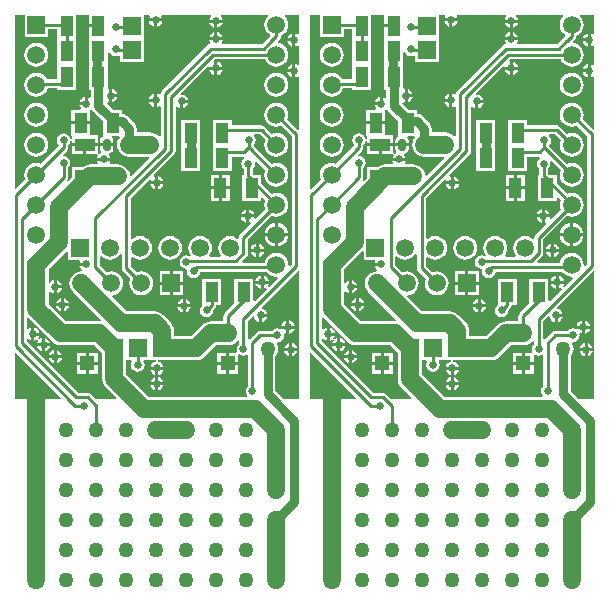
<source format=gbl>
G04 Layer_Physical_Order=2*
G04 Layer_Color=16711680*
%FSLAX25Y25*%
%MOIN*%
G70*
G01*
G75*
%ADD15R,0.04331X0.06693*%
%ADD20C,0.06000*%
%ADD21C,0.01000*%
%ADD22C,0.03000*%
%ADD23C,0.05000*%
%ADD24R,0.05000X0.05000*%
G04:AMPARAMS|DCode=25|XSize=50mil|YSize=50mil|CornerRadius=12.5mil|HoleSize=0mil|Usage=FLASHONLY|Rotation=0.000|XOffset=0mil|YOffset=0mil|HoleType=Round|Shape=RoundedRectangle|*
%AMROUNDEDRECTD25*
21,1,0.05000,0.02500,0,0,0.0*
21,1,0.02500,0.05000,0,0,0.0*
1,1,0.02500,0.01250,-0.01250*
1,1,0.02500,-0.01250,-0.01250*
1,1,0.02500,-0.01250,0.01250*
1,1,0.02500,0.01250,0.01250*
%
%ADD25ROUNDEDRECTD25*%
%ADD26P,0.05412X8X22.5*%
%ADD27R,0.05000X0.05000*%
%ADD28C,0.05906*%
%ADD29R,0.05906X0.05906*%
%ADD30R,0.05906X0.05906*%
%ADD31P,0.06392X8X292.5*%
%ADD32C,0.02500*%
%ADD33R,0.06000X0.06000*%
%ADD34R,0.06693X0.04331*%
%ADD35R,0.02362X0.03937*%
G04:AMPARAMS|DCode=36|XSize=23.62mil|YSize=39.37mil|CornerRadius=5.91mil|HoleSize=0mil|Usage=FLASHONLY|Rotation=0.000|XOffset=0mil|YOffset=0mil|HoleType=Round|Shape=RoundedRectangle|*
%AMROUNDEDRECTD36*
21,1,0.02362,0.02756,0,0,0.0*
21,1,0.01181,0.03937,0,0,0.0*
1,1,0.01181,0.00591,-0.01378*
1,1,0.01181,-0.00591,-0.01378*
1,1,0.01181,-0.00591,0.01378*
1,1,0.01181,0.00591,0.01378*
%
%ADD36ROUNDEDRECTD36*%
%ADD37R,0.06000X0.06000*%
G36*
X19669Y115934D02*
Y113370D01*
X23396D01*
X23632Y112929D01*
X23471Y112689D01*
X23396Y112311D01*
X25591D01*
Y111311D01*
X23396D01*
X23471Y110933D01*
X23968Y110189D01*
X24202Y110033D01*
X24087Y109619D01*
X24036Y109542D01*
X23023Y109409D01*
X22050Y109006D01*
X21214Y108365D01*
X20573Y107529D01*
X20170Y106556D01*
X20032Y105512D01*
X20170Y104468D01*
X20573Y103495D01*
X21214Y102659D01*
X30567Y93306D01*
X30346Y92858D01*
X30079Y92893D01*
X30079Y92893D01*
X18915D01*
X13090Y98718D01*
Y102770D01*
X13590Y102922D01*
X13732Y102708D01*
X14476Y102211D01*
X14854Y102136D01*
Y104331D01*
Y106525D01*
X14476Y106450D01*
X13732Y105953D01*
X13590Y105739D01*
X13090Y105891D01*
Y110061D01*
X19169Y116141D01*
X19669Y115934D01*
D02*
G37*
G36*
X96641Y188746D02*
X96141Y188479D01*
X95760Y188734D01*
X95382Y188809D01*
Y186614D01*
Y184420D01*
X95760Y184495D01*
X96141Y184749D01*
X96641Y184482D01*
Y178510D01*
X96141Y178243D01*
X95760Y178497D01*
X95382Y178573D01*
Y176378D01*
Y174183D01*
X95760Y174258D01*
X96141Y174513D01*
X96641Y174246D01*
Y156963D01*
X96179Y156771D01*
X92714Y160236D01*
X92906Y160700D01*
X93042Y161732D01*
X92906Y162764D01*
X92508Y163726D01*
X91874Y164551D01*
X91049Y165185D01*
X90087Y165583D01*
X89055Y165719D01*
X88023Y165583D01*
X87062Y165185D01*
X86236Y164551D01*
X85602Y163726D01*
X85204Y162764D01*
X85068Y161732D01*
X85204Y160700D01*
X85602Y159739D01*
X86236Y158913D01*
X87062Y158280D01*
X88023Y157881D01*
X89055Y157745D01*
X90087Y157881D01*
X90551Y158073D01*
X94140Y154485D01*
Y111980D01*
X93463Y111303D01*
X93015Y111524D01*
X93042Y111732D01*
X92906Y112764D01*
X92508Y113726D01*
X91874Y114551D01*
X91049Y115185D01*
X90087Y115583D01*
X89055Y115719D01*
X88023Y115583D01*
X87062Y115185D01*
X86236Y114551D01*
X85602Y113726D01*
X85204Y112764D01*
X85156Y112399D01*
X77812D01*
X77621Y112861D01*
X79156Y114397D01*
X79488Y114893D01*
X79604Y115478D01*
Y120118D01*
X87559Y128074D01*
X88023Y127881D01*
X89055Y127745D01*
X90087Y127881D01*
X91049Y128280D01*
X91874Y128913D01*
X92508Y129739D01*
X92906Y130700D01*
X93042Y131732D01*
X92906Y132764D01*
X92508Y133726D01*
X91874Y134551D01*
X91049Y135185D01*
X90087Y135583D01*
X89055Y135719D01*
X88023Y135583D01*
X87559Y135391D01*
X84071Y138879D01*
Y141748D01*
X81202D01*
X81194Y141756D01*
Y143669D01*
X81287Y143731D01*
X81784Y144475D01*
X81959Y145353D01*
X81808Y146109D01*
X82230Y146394D01*
X85396Y143228D01*
X85204Y142764D01*
X85068Y141732D01*
X85204Y140700D01*
X85602Y139739D01*
X86236Y138913D01*
X87062Y138280D01*
X88023Y137881D01*
X89055Y137745D01*
X90087Y137881D01*
X91049Y138280D01*
X91874Y138913D01*
X92508Y139739D01*
X92906Y140700D01*
X93042Y141732D01*
X92906Y142764D01*
X92508Y143726D01*
X91874Y144551D01*
X91049Y145185D01*
X90087Y145583D01*
X89055Y145719D01*
X88023Y145583D01*
X87559Y145391D01*
X81533Y151418D01*
X81543Y151527D01*
X82041Y152272D01*
X82215Y153150D01*
X82041Y154027D01*
X81616Y154664D01*
X81789Y155164D01*
X83461D01*
X85396Y153228D01*
X85204Y152764D01*
X85068Y151732D01*
X85204Y150700D01*
X85602Y149739D01*
X86236Y148913D01*
X87062Y148280D01*
X88023Y147881D01*
X89055Y147745D01*
X90087Y147881D01*
X91049Y148280D01*
X91874Y148913D01*
X92508Y149739D01*
X92906Y150700D01*
X93042Y151732D01*
X92906Y152764D01*
X92508Y153726D01*
X91874Y154551D01*
X91049Y155185D01*
X90087Y155583D01*
X89055Y155719D01*
X88023Y155583D01*
X87559Y155391D01*
X85176Y157774D01*
X84680Y158106D01*
X84095Y158222D01*
X74228D01*
Y159858D01*
X67898D01*
Y151165D01*
Y142898D01*
X74228D01*
Y147683D01*
X78202D01*
X78367Y147192D01*
X78042Y146975D01*
X77545Y146231D01*
X77371Y145353D01*
X77545Y144475D01*
X78042Y143731D01*
X78135Y143669D01*
Y141748D01*
X77740D01*
Y133055D01*
X84071D01*
Y133900D01*
X84533Y134092D01*
X85396Y133228D01*
X85204Y132764D01*
X85068Y131732D01*
X85204Y130700D01*
X85396Y130236D01*
X82138Y126978D01*
X81677Y127224D01*
X81722Y127453D01*
X80028D01*
Y125758D01*
X80256Y125804D01*
X80503Y125343D01*
X76993Y121833D01*
X76662Y121337D01*
X76545Y120752D01*
Y120692D01*
X76045Y120446D01*
X75616Y120775D01*
X74654Y121174D01*
X73622Y121310D01*
X72590Y121174D01*
X71629Y120775D01*
X70803Y120142D01*
X70169Y119316D01*
X69771Y118355D01*
X69635Y117323D01*
X69771Y116291D01*
X70169Y115329D01*
X70499Y114900D01*
X70253Y114400D01*
X66991D01*
X66745Y114900D01*
X67075Y115329D01*
X67473Y116291D01*
X67609Y117323D01*
X67473Y118355D01*
X67075Y119316D01*
X66441Y120142D01*
X65615Y120775D01*
X64654Y121174D01*
X63622Y121310D01*
X62590Y121174D01*
X61629Y120775D01*
X60803Y120142D01*
X60169Y119316D01*
X59771Y118355D01*
X59635Y117323D01*
X59771Y116291D01*
X60169Y115329D01*
X60434Y114985D01*
X60088Y114615D01*
X59933Y114718D01*
X59055Y114892D01*
X58177Y114718D01*
X57433Y114221D01*
X56936Y113476D01*
X56761Y112598D01*
X56936Y111721D01*
X57433Y110976D01*
X58177Y110479D01*
X58831Y110349D01*
X59055Y110304D01*
X59197Y109823D01*
X59123Y109449D01*
X59298Y108571D01*
X59795Y107827D01*
X60539Y107329D01*
X61417Y107155D01*
X62295Y107329D01*
X63039Y107827D01*
X63537Y108571D01*
X63690Y109341D01*
X85908D01*
X86236Y108913D01*
X87062Y108280D01*
X88023Y107881D01*
X89055Y107745D01*
X89263Y107773D01*
X89484Y107324D01*
X86540Y104380D01*
X86152Y104699D01*
X86371Y105028D01*
X86447Y105405D01*
X84752D01*
Y103711D01*
X85130Y103786D01*
X85458Y104006D01*
X85777Y103617D01*
X81777Y99617D01*
X81315Y99808D01*
Y107102D01*
X74984D01*
Y98801D01*
X71753Y95570D01*
X71422Y95073D01*
X71305Y94488D01*
Y92893D01*
X67165D01*
X66121Y92755D01*
X65148Y92352D01*
X64312Y91711D01*
X60533Y87932D01*
X54948D01*
Y89677D01*
X54810Y90721D01*
X54407Y91694D01*
X53766Y92530D01*
X51278Y95018D01*
X50442Y95659D01*
X49469Y96062D01*
X48425Y96200D01*
X48425Y96200D01*
X39085D01*
X34241Y101043D01*
X34420Y101571D01*
X35099Y101661D01*
X36060Y102059D01*
X36886Y102693D01*
X37520Y103518D01*
X37918Y104480D01*
X38054Y105512D01*
X37918Y106544D01*
X37520Y107505D01*
X36886Y108331D01*
X36060Y108965D01*
X35099Y109363D01*
X34067Y109499D01*
X33035Y109363D01*
X32571Y109171D01*
X30270Y111472D01*
Y114421D01*
X30743Y114582D01*
X30803Y114504D01*
X31629Y113870D01*
X32590Y113472D01*
X33622Y113336D01*
X34654Y113472D01*
X35616Y113870D01*
X36441Y114504D01*
X36983Y115210D01*
X37483Y115069D01*
Y110566D01*
X37600Y109981D01*
X37931Y109485D01*
X40408Y107008D01*
X40216Y106544D01*
X40080Y105512D01*
X40216Y104480D01*
X40614Y103518D01*
X41248Y102693D01*
X42074Y102059D01*
X43035Y101661D01*
X44067Y101525D01*
X45099Y101661D01*
X46060Y102059D01*
X46886Y102693D01*
X47520Y103518D01*
X47918Y104480D01*
X48054Y105512D01*
X47918Y106544D01*
X47520Y107505D01*
X46886Y108331D01*
X46060Y108965D01*
X45099Y109363D01*
X44067Y109499D01*
X43035Y109363D01*
X42571Y109171D01*
X40542Y111200D01*
Y114074D01*
X41042Y114320D01*
X41629Y113870D01*
X42590Y113472D01*
X43622Y113336D01*
X44654Y113472D01*
X45616Y113870D01*
X46441Y114504D01*
X47075Y115329D01*
X47473Y116291D01*
X47609Y117323D01*
X47473Y118355D01*
X47075Y119316D01*
X46441Y120142D01*
X45616Y120775D01*
X44654Y121174D01*
X43622Y121310D01*
X42590Y121174D01*
X41629Y120775D01*
X41042Y120326D01*
X40542Y120572D01*
Y133976D01*
X46519Y139953D01*
X47062Y139840D01*
X47085Y139811D01*
X47018Y139476D01*
X48713D01*
Y141171D01*
X48378Y141104D01*
X48349Y141127D01*
X48236Y141670D01*
X55050Y148484D01*
X55382Y148980D01*
X55498Y149565D01*
Y164227D01*
X55998Y164426D01*
X56602Y164022D01*
X56980Y163947D01*
Y166142D01*
X57480D01*
Y166642D01*
X59675D01*
X59600Y167020D01*
X59102Y167764D01*
X58358Y168261D01*
X57519Y168428D01*
X57309Y168756D01*
X57250Y168867D01*
X66229Y177846D01*
X66567Y177665D01*
X68398D01*
Y179496D01*
X68217Y179834D01*
X68586Y180203D01*
X85410D01*
X85602Y179739D01*
X86236Y178913D01*
X87062Y178280D01*
X88023Y177881D01*
X89055Y177745D01*
X90087Y177881D01*
X91049Y178280D01*
X91874Y178913D01*
X92508Y179739D01*
X92906Y180700D01*
X93042Y181732D01*
X92906Y182764D01*
X92508Y183726D01*
X91874Y184551D01*
X91049Y185185D01*
X90087Y185583D01*
X89623Y185644D01*
X89462Y186118D01*
X90136Y186793D01*
X90468Y187289D01*
X90584Y187874D01*
Y188087D01*
X91049Y188280D01*
X91874Y188913D01*
X92508Y189739D01*
X92906Y190700D01*
X93042Y191732D01*
X92906Y192764D01*
X92508Y193726D01*
X91874Y194551D01*
X91821Y194593D01*
X91981Y195066D01*
X96641D01*
Y188746D01*
D02*
G37*
G36*
Y109502D02*
Y66969D01*
X91424D01*
X88725Y69667D01*
Y81183D01*
X89234Y81846D01*
X89586Y82697D01*
X89707Y83611D01*
X89586Y84525D01*
X89234Y85376D01*
X89166Y85465D01*
X89453Y85912D01*
X90248Y86070D01*
X90992Y86567D01*
X91489Y87311D01*
X91664Y88189D01*
X91599Y88516D01*
X92036Y88825D01*
X92413Y88750D01*
Y90445D01*
X90440D01*
X90248Y90309D01*
X89370Y90483D01*
X88492Y90309D01*
X87748Y89811D01*
X87686Y89719D01*
X83512D01*
X82927Y89602D01*
X82431Y89271D01*
X80085Y86924D01*
X79647Y87062D01*
X79584Y87109D01*
Y93099D01*
X81106Y94621D01*
X81649Y94456D01*
X81739Y94004D01*
X82236Y93260D01*
X82980Y92762D01*
X83358Y92687D01*
Y94882D01*
X83858D01*
Y95382D01*
X86053D01*
X85978Y95760D01*
X85480Y96504D01*
X84736Y97001D01*
X84284Y97091D01*
X84119Y97634D01*
X96179Y109693D01*
X96641Y109502D01*
D02*
G37*
G36*
X76526Y86277D02*
Y85416D01*
X76433Y85354D01*
X75936Y84610D01*
X75761Y83732D01*
X75936Y82854D01*
X75972Y82799D01*
X75737Y82358D01*
X73335D01*
Y79358D01*
X76335D01*
Y81574D01*
X76835Y81842D01*
X77177Y81613D01*
X78055Y81438D01*
X78933Y81613D01*
X79085Y81714D01*
X79526Y81479D01*
Y71416D01*
X79433Y71354D01*
X78936Y70610D01*
X78761Y69732D01*
X78936Y68854D01*
X79328Y68267D01*
X79115Y67767D01*
X46726D01*
X39074Y75419D01*
Y79898D01*
X40656D01*
X40892Y79457D01*
X40699Y79169D01*
X40525Y78291D01*
X40699Y77413D01*
X41197Y76669D01*
X41941Y76172D01*
X42819Y75997D01*
X43697Y76172D01*
X44441Y76669D01*
X44938Y77413D01*
X45113Y78291D01*
X44938Y79169D01*
X44746Y79457D01*
X44982Y79898D01*
X48853D01*
X48902Y79398D01*
X48335Y79285D01*
X47590Y78787D01*
X47093Y78043D01*
X47018Y77665D01*
X51407D01*
X51332Y78043D01*
X50835Y78787D01*
X50090Y79285D01*
X49523Y79398D01*
X49573Y79898D01*
X50651D01*
X50913Y79863D01*
X62205D01*
X62205Y79863D01*
X63249Y80001D01*
X64222Y80404D01*
X65057Y81045D01*
X68836Y84824D01*
X72835D01*
X73879Y84961D01*
X74852Y85364D01*
X75687Y86005D01*
X76026Y86446D01*
X76526Y86277D01*
D02*
G37*
G36*
X26559Y191839D02*
X29724D01*
Y190839D01*
X26559D01*
Y186992D01*
Y178724D01*
Y170063D01*
X27175D01*
Y167532D01*
X26735Y167296D01*
X26469Y167474D01*
X26091Y167549D01*
Y165354D01*
X25591D01*
Y164854D01*
X23396D01*
X23471Y164476D01*
X23855Y163902D01*
X23632Y163402D01*
X20654D01*
Y159555D01*
X23819D01*
X26984D01*
Y163278D01*
X27142Y163392D01*
X27661Y163352D01*
X27922Y162961D01*
X31284Y159600D01*
Y154709D01*
X30909Y154407D01*
X30743Y154296D01*
X30391Y153770D01*
X30268Y153150D01*
Y152272D01*
X34693D01*
Y153150D01*
X34569Y153770D01*
X34276Y154209D01*
X34376Y154530D01*
X34498Y154709D01*
X36542D01*
X36789Y154209D01*
X36467Y153789D01*
X36064Y152816D01*
X35926Y151772D01*
X36064Y150727D01*
X36467Y149754D01*
X37108Y148919D01*
X37943Y148278D01*
X38916Y147875D01*
X39961Y147737D01*
X46442D01*
X46649Y147237D01*
X40735Y141323D01*
X40207Y141503D01*
X40117Y142186D01*
X39715Y143159D01*
X39073Y143995D01*
X38238Y144636D01*
X37265Y145039D01*
X36220Y145176D01*
X33685D01*
X33418Y145676D01*
X33615Y145973D01*
X33691Y146350D01*
X29301D01*
X29377Y145973D01*
X29574Y145676D01*
X29307Y145176D01*
X26969D01*
X25924Y145039D01*
X24951Y144636D01*
X24523Y144307D01*
X20850D01*
Y140729D01*
X19725Y139603D01*
X19336Y139922D01*
X19523Y140202D01*
X19640Y140787D01*
Y143985D01*
X19732Y144047D01*
X20230Y144791D01*
X20404Y145669D01*
X20230Y146547D01*
X19732Y147292D01*
X18988Y147789D01*
X18149Y147956D01*
X17939Y148283D01*
X17880Y148394D01*
X19192Y149706D01*
X19523Y150202D01*
X19640Y150787D01*
Y151514D01*
X19732Y151576D01*
X20230Y152321D01*
X20350Y152927D01*
X20850Y152878D01*
Y152272D01*
X25197D01*
X29543D01*
Y154937D01*
X26984D01*
Y158555D01*
X23819D01*
X20654D01*
Y154709D01*
X20850D01*
Y153519D01*
X20350Y153470D01*
X20230Y154076D01*
X19732Y154821D01*
X18988Y155318D01*
X18110Y155492D01*
X17232Y155318D01*
X16488Y154821D01*
X15991Y154076D01*
X15816Y153198D01*
X15991Y152321D01*
X16488Y151576D01*
X16276Y151116D01*
X10551Y145391D01*
X10087Y145583D01*
X9055Y145719D01*
X8023Y145583D01*
X7062Y145185D01*
X6236Y144551D01*
X5602Y143726D01*
X5204Y142764D01*
X5068Y141732D01*
X5204Y140700D01*
X5396Y140236D01*
X2246Y137086D01*
X1784Y137278D01*
Y195066D01*
X5102D01*
Y187779D01*
X13008D01*
Y190203D01*
X15929D01*
Y186992D01*
Y178724D01*
Y173577D01*
X12570D01*
X12508Y173726D01*
X11874Y174551D01*
X11049Y175185D01*
X10087Y175583D01*
X9055Y175719D01*
X8023Y175583D01*
X7062Y175185D01*
X6236Y174551D01*
X5602Y173726D01*
X5204Y172764D01*
X5068Y171732D01*
X5204Y170700D01*
X5602Y169739D01*
X6236Y168913D01*
X7062Y168280D01*
X8023Y167881D01*
X9055Y167745D01*
X10087Y167881D01*
X11049Y168280D01*
X11874Y168913D01*
X12508Y169739D01*
X12831Y170518D01*
X15929D01*
Y170063D01*
X22260D01*
Y178724D01*
Y186992D01*
Y195066D01*
X26559D01*
Y191839D01*
D02*
G37*
G36*
X17194Y67430D02*
X17003Y66969D01*
X1784D01*
Y82187D01*
X2246Y82378D01*
X17194Y67430D01*
D02*
G37*
G36*
X86290Y194593D02*
X86236Y194551D01*
X85602Y193726D01*
X85204Y192764D01*
X85068Y191732D01*
X85204Y190700D01*
X85602Y189739D01*
X86236Y188913D01*
X86795Y188484D01*
X86871Y187853D01*
X86598Y187580D01*
X86129Y187267D01*
X84124Y185262D01*
X71038D01*
X70771Y185762D01*
X71017Y186130D01*
X71092Y186508D01*
X66703D01*
X66778Y186130D01*
X67031Y185751D01*
X66800Y185197D01*
X66539Y185145D01*
X66043Y184814D01*
X50887Y169658D01*
X50555Y169162D01*
X50471Y168739D01*
X49992Y168458D01*
X49697Y168655D01*
X49319Y168730D01*
Y166535D01*
Y164341D01*
X49697Y164416D01*
X49998Y164617D01*
X50439Y164382D01*
Y154615D01*
X49966Y154455D01*
X49835Y154624D01*
X49000Y155266D01*
X48027Y155669D01*
X46982Y155806D01*
X42510D01*
Y157087D01*
X42316Y158062D01*
X41763Y158889D01*
X39401Y161251D01*
X38574Y161804D01*
X37614Y161995D01*
Y163402D01*
X34691D01*
X32569Y165524D01*
X32588Y165652D01*
X32691Y165740D01*
X33139Y165959D01*
X33358Y165916D01*
Y168110D01*
Y170337D01*
X32890Y170721D01*
Y178724D01*
Y182350D01*
X33390Y182473D01*
X33811Y181842D01*
X34555Y181345D01*
X35433Y181170D01*
X36311Y181345D01*
X36504Y181474D01*
X36945Y181238D01*
Y179402D01*
X44945D01*
Y187402D01*
Y195066D01*
X46687D01*
X46954Y194566D01*
X46700Y194185D01*
X46624Y193807D01*
X51013D01*
X50938Y194185D01*
X50684Y194566D01*
X50951Y195066D01*
X67170D01*
X67321Y194566D01*
X67276Y194536D01*
X66778Y193791D01*
X66703Y193413D01*
X71092D01*
X71017Y193791D01*
X70520Y194536D01*
X70474Y194566D01*
X70626Y195066D01*
X86129D01*
X86290Y194593D01*
D02*
G37*
G36*
X14391Y86005D02*
X15227Y85364D01*
X16200Y84961D01*
X17244Y84824D01*
X28408D01*
X31005Y82227D01*
Y73748D01*
X31005Y73748D01*
X31142Y72704D01*
X31545Y71731D01*
X32186Y70895D01*
X35651Y67430D01*
X35460Y66969D01*
X28871D01*
X27276Y68564D01*
X26779Y68895D01*
X26194Y69012D01*
X22939D01*
X5779Y86171D01*
Y86817D01*
X5987Y86880D01*
X6279Y86942D01*
X6996Y86463D01*
X7374Y86388D01*
Y88583D01*
Y90777D01*
X6996Y90702D01*
X6279Y90223D01*
X5987Y90285D01*
X5779Y90348D01*
Y94008D01*
X6279Y94117D01*
X14391Y86005D01*
D02*
G37*
%LPC*%
G36*
X18216Y100620D02*
Y98925D01*
X19911D01*
X19836Y99303D01*
X19339Y100047D01*
X18595Y100545D01*
X18216Y100620D01*
D02*
G37*
G36*
X15854Y106525D02*
Y104831D01*
X17549D01*
X17474Y105209D01*
X16976Y105953D01*
X16232Y106450D01*
X15854Y106525D01*
D02*
G37*
G36*
X17549Y103831D02*
X15854D01*
Y102136D01*
X16232Y102211D01*
X16976Y102708D01*
X17474Y103453D01*
X17549Y103831D01*
D02*
G37*
G36*
X19911Y97925D02*
X18216D01*
Y96231D01*
X18595Y96306D01*
X19339Y96803D01*
X19836Y97547D01*
X19911Y97925D01*
D02*
G37*
G36*
X17217D02*
X15522D01*
X15597Y97547D01*
X16094Y96803D01*
X16839Y96306D01*
X17217Y96231D01*
Y97925D01*
D02*
G37*
G36*
Y100620D02*
X16839Y100545D01*
X16094Y100047D01*
X15597Y99303D01*
X15522Y98925D01*
X17217D01*
Y100620D01*
D02*
G37*
G36*
X57768Y97531D02*
X56073D01*
X56148Y97154D01*
X56646Y96409D01*
X57390Y95912D01*
X57768Y95837D01*
Y97531D01*
D02*
G37*
G36*
X70685Y107102D02*
X64354D01*
Y98817D01*
X64354Y98507D01*
X64129Y98082D01*
X64126Y98079D01*
X63629Y97335D01*
X63454Y96457D01*
X63629Y95579D01*
X64126Y94835D01*
X64870Y94337D01*
X65748Y94163D01*
X66626Y94337D01*
X67370Y94835D01*
X67867Y95579D01*
X68042Y96457D01*
X68020Y96566D01*
X68601Y97147D01*
X68933Y97643D01*
X69049Y98228D01*
Y98409D01*
X70685D01*
Y107102D01*
D02*
G37*
G36*
X58020Y105012D02*
X54567D01*
Y101559D01*
X58020D01*
Y105012D01*
D02*
G37*
G36*
X53567D02*
X50114D01*
Y101559D01*
X53567D01*
Y105012D01*
D02*
G37*
G36*
X83752Y105405D02*
X82057D01*
X82133Y105028D01*
X82630Y104283D01*
X83374Y103786D01*
X83752Y103711D01*
Y105405D01*
D02*
G37*
G36*
X60462Y97531D02*
X58768D01*
Y95837D01*
X59146Y95912D01*
X59890Y96409D01*
X60387Y97154D01*
X60462Y97531D01*
D02*
G37*
G36*
X58768Y100226D02*
Y98532D01*
X60462D01*
X60387Y98909D01*
X59890Y99654D01*
X59146Y100151D01*
X58768Y100226D01*
D02*
G37*
G36*
X57768D02*
X57390Y100151D01*
X56646Y99654D01*
X56148Y98909D01*
X56073Y98532D01*
X57768D01*
Y100226D01*
D02*
G37*
G36*
X89055Y175719D02*
X88023Y175583D01*
X87062Y175185D01*
X86236Y174551D01*
X85602Y173726D01*
X85204Y172764D01*
X85068Y171732D01*
X85204Y170700D01*
X85602Y169739D01*
X86236Y168913D01*
X87062Y168280D01*
X88023Y167881D01*
X89055Y167745D01*
X90087Y167881D01*
X91049Y168280D01*
X91874Y168913D01*
X92508Y169739D01*
X92906Y170700D01*
X93042Y171732D01*
X92906Y172764D01*
X92508Y173726D01*
X91874Y174551D01*
X91049Y175185D01*
X90087Y175583D01*
X89055Y175719D01*
D02*
G37*
G36*
X68398Y176665D02*
X66703D01*
X66778Y176287D01*
X67276Y175543D01*
X68020Y175046D01*
X68398Y174971D01*
Y176665D01*
D02*
G37*
G36*
X94382Y175878D02*
X92687D01*
X92762Y175500D01*
X93260Y174756D01*
X94004Y174258D01*
X94382Y174183D01*
Y175878D01*
D02*
G37*
G36*
X59675Y165642D02*
X57980D01*
Y163947D01*
X58358Y164022D01*
X59102Y164520D01*
X59600Y165264D01*
X59675Y165642D01*
D02*
G37*
G36*
X69398Y179360D02*
Y177665D01*
X71092D01*
X71017Y178043D01*
X70520Y178788D01*
X69775Y179285D01*
X69398Y179360D01*
D02*
G37*
G36*
X94382Y178573D02*
X94004Y178497D01*
X93260Y178000D01*
X92762Y177256D01*
X92687Y176878D01*
X94382D01*
Y178573D01*
D02*
G37*
G36*
X71092Y176665D02*
X69398D01*
Y174971D01*
X69775Y175046D01*
X70520Y175543D01*
X71017Y176287D01*
X71092Y176665D01*
D02*
G37*
G36*
X94382Y188809D02*
X94004Y188734D01*
X93260Y188236D01*
X92762Y187492D01*
X92687Y187114D01*
X94382D01*
Y188809D01*
D02*
G37*
G36*
Y186114D02*
X92687D01*
X92762Y185736D01*
X93260Y184992D01*
X94004Y184495D01*
X94382Y184420D01*
Y186114D01*
D02*
G37*
G36*
X83177Y118730D02*
Y117035D01*
X84872D01*
X84797Y117413D01*
X84299Y118158D01*
X83555Y118655D01*
X83177Y118730D01*
D02*
G37*
G36*
X82177D02*
X81799Y118655D01*
X81055Y118158D01*
X80558Y117413D01*
X80483Y117035D01*
X82177D01*
Y118730D01*
D02*
G37*
G36*
X84872Y116035D02*
X83177D01*
Y114341D01*
X83555Y114416D01*
X84299Y114913D01*
X84797Y115657D01*
X84872Y116035D01*
D02*
G37*
G36*
X88555Y125653D02*
X88023Y125583D01*
X87062Y125185D01*
X86236Y124551D01*
X85602Y123726D01*
X85204Y122764D01*
X85134Y122232D01*
X88555D01*
Y125653D01*
D02*
G37*
G36*
X92976Y121232D02*
X89555D01*
Y117811D01*
X90087Y117881D01*
X91049Y118280D01*
X91874Y118913D01*
X92508Y119739D01*
X92906Y120700D01*
X92976Y121232D01*
D02*
G37*
G36*
X88555D02*
X85134D01*
X85204Y120700D01*
X85602Y119739D01*
X86236Y118913D01*
X87062Y118280D01*
X88023Y117881D01*
X88555Y117811D01*
Y121232D01*
D02*
G37*
G36*
X83752Y108100D02*
X83374Y108025D01*
X82630Y107528D01*
X82133Y106783D01*
X82057Y106405D01*
X83752D01*
Y108100D01*
D02*
G37*
G36*
X58020Y109465D02*
X54567D01*
Y106012D01*
X58020D01*
Y109465D01*
D02*
G37*
G36*
X53567D02*
X50114D01*
Y106012D01*
X53567D01*
Y109465D01*
D02*
G37*
G36*
X82177Y116035D02*
X80483D01*
X80558Y115657D01*
X81055Y114913D01*
X81799Y114416D01*
X82177Y114341D01*
Y116035D01*
D02*
G37*
G36*
X53622Y121310D02*
X52590Y121174D01*
X51629Y120775D01*
X50803Y120142D01*
X50169Y119316D01*
X49771Y118355D01*
X49635Y117323D01*
X49771Y116291D01*
X50169Y115329D01*
X50803Y114504D01*
X51629Y113870D01*
X52590Y113472D01*
X53622Y113336D01*
X54654Y113472D01*
X55616Y113870D01*
X56441Y114504D01*
X57075Y115329D01*
X57473Y116291D01*
X57609Y117323D01*
X57473Y118355D01*
X57075Y119316D01*
X56441Y120142D01*
X55616Y120775D01*
X54654Y121174D01*
X53622Y121310D01*
D02*
G37*
G36*
X84752Y108100D02*
Y106405D01*
X86447D01*
X86371Y106783D01*
X85874Y107528D01*
X85130Y108025D01*
X84752Y108100D01*
D02*
G37*
G36*
X69776Y141748D02*
X67110D01*
Y137902D01*
X69776D01*
Y141748D01*
D02*
G37*
G36*
X51407Y138476D02*
X49713D01*
Y136782D01*
X50090Y136857D01*
X50835Y137354D01*
X51332Y138099D01*
X51407Y138476D01*
D02*
G37*
G36*
X48713D02*
X47018D01*
X47093Y138099D01*
X47590Y137354D01*
X48335Y136857D01*
X48713Y136782D01*
Y138476D01*
D02*
G37*
G36*
X63598Y159858D02*
X57268D01*
Y151165D01*
Y142898D01*
X63598D01*
Y151165D01*
Y159858D01*
D02*
G37*
G36*
X49713Y141171D02*
Y139476D01*
X51407D01*
X51332Y139854D01*
X50835Y140598D01*
X50090Y141096D01*
X49713Y141171D01*
D02*
G37*
G36*
X73441Y141748D02*
X70776D01*
Y137902D01*
X73441D01*
Y141748D01*
D02*
G37*
G36*
X79028Y130147D02*
X78650Y130072D01*
X77905Y129575D01*
X77408Y128831D01*
X77333Y128453D01*
X79028D01*
Y130147D01*
D02*
G37*
G36*
Y127453D02*
X77333D01*
X77408Y127075D01*
X77905Y126331D01*
X78650Y125833D01*
X79028Y125758D01*
Y127453D01*
D02*
G37*
G36*
X89555Y125653D02*
Y122232D01*
X92976D01*
X92906Y122764D01*
X92508Y123726D01*
X91874Y124551D01*
X91049Y125185D01*
X90087Y125583D01*
X89555Y125653D01*
D02*
G37*
G36*
X73441Y136902D02*
X70776D01*
Y133055D01*
X73441D01*
Y136902D01*
D02*
G37*
G36*
X69776D02*
X67110D01*
Y133055D01*
X69776D01*
Y136902D01*
D02*
G37*
G36*
X80028Y130147D02*
Y128453D01*
X81722D01*
X81647Y128831D01*
X81150Y129575D01*
X80405Y130072D01*
X80028Y130147D01*
D02*
G37*
G36*
X86053Y94382D02*
X84358D01*
Y92687D01*
X84736Y92762D01*
X85480Y93260D01*
X85978Y94004D01*
X86053Y94382D01*
D02*
G37*
G36*
X95108Y90445D02*
X93413D01*
Y88750D01*
X93791Y88825D01*
X94536Y89323D01*
X95033Y90067D01*
X95108Y90445D01*
D02*
G37*
G36*
X93413Y93139D02*
Y91445D01*
X95108D01*
X95033Y91823D01*
X94536Y92567D01*
X93791Y93064D01*
X93413Y93139D01*
D02*
G37*
G36*
X92413D02*
X92036Y93064D01*
X91291Y92567D01*
X90794Y91823D01*
X90719Y91445D01*
X92413D01*
Y93139D01*
D02*
G37*
G36*
X94352Y85608D02*
Y83913D01*
X96046D01*
X95971Y84291D01*
X95474Y85036D01*
X94730Y85533D01*
X94352Y85608D01*
D02*
G37*
G36*
X93352D02*
X92974Y85533D01*
X92230Y85036D01*
X91732Y84291D01*
X91657Y83913D01*
X93352D01*
Y85608D01*
D02*
G37*
G36*
X96046Y82913D02*
X94352D01*
Y81219D01*
X94730Y81294D01*
X95474Y81791D01*
X95971Y82535D01*
X96046Y82913D01*
D02*
G37*
G36*
X93352D02*
X91657D01*
X91732Y82535D01*
X92230Y81791D01*
X92974Y81294D01*
X93352Y81219D01*
Y82913D01*
D02*
G37*
G36*
X72335Y78358D02*
X69335D01*
Y75358D01*
X72335D01*
Y78358D01*
D02*
G37*
G36*
X76335D02*
X73335D01*
Y75358D01*
X76335D01*
Y78358D01*
D02*
G37*
G36*
X51407Y76665D02*
X49713D01*
Y74971D01*
X50090Y75046D01*
X50835Y75543D01*
X51332Y76287D01*
X51407Y76665D01*
D02*
G37*
G36*
Y71547D02*
X49713D01*
Y69853D01*
X50090Y69928D01*
X50835Y70425D01*
X51332Y71169D01*
X51407Y71547D01*
D02*
G37*
G36*
X48713D02*
X47018D01*
X47093Y71169D01*
X47590Y70425D01*
X48335Y69928D01*
X48713Y69853D01*
Y71547D01*
D02*
G37*
G36*
Y74242D02*
X48335Y74167D01*
X47590Y73669D01*
X47093Y72925D01*
X47018Y72547D01*
X48713D01*
Y74242D01*
D02*
G37*
G36*
Y76665D02*
X47018D01*
X47093Y76287D01*
X47590Y75543D01*
X48335Y75046D01*
X48713Y74971D01*
Y76665D01*
D02*
G37*
G36*
X49713Y74242D02*
Y72547D01*
X51407D01*
X51332Y72925D01*
X50835Y73669D01*
X50090Y74167D01*
X49713Y74242D01*
D02*
G37*
G36*
X72335Y82358D02*
X69335D01*
Y79358D01*
X72335D01*
Y82358D01*
D02*
G37*
G36*
X9055Y165719D02*
X8023Y165583D01*
X7062Y165185D01*
X6236Y164551D01*
X5602Y163726D01*
X5204Y162764D01*
X5068Y161732D01*
X5204Y160700D01*
X5602Y159739D01*
X6236Y158913D01*
X7062Y158280D01*
X8023Y157881D01*
X9055Y157745D01*
X10087Y157881D01*
X11049Y158280D01*
X11874Y158913D01*
X12508Y159739D01*
X12906Y160700D01*
X13042Y161732D01*
X12906Y162764D01*
X12508Y163726D01*
X11874Y164551D01*
X11049Y165185D01*
X10087Y165583D01*
X9055Y165719D01*
D02*
G37*
G36*
X24697Y151272D02*
X20850D01*
Y148606D01*
X24697D01*
Y151272D01*
D02*
G37*
G36*
X34693Y151272D02*
X30268D01*
Y150394D01*
X30391Y149773D01*
X30591Y149474D01*
X30613Y149074D01*
X30448Y148856D01*
X30031Y148578D01*
X29543Y148809D01*
Y151272D01*
X25697D01*
Y148606D01*
X29362D01*
X29662Y148155D01*
X29377Y147728D01*
X29301Y147350D01*
X33691D01*
X33615Y147728D01*
X33237Y148295D01*
X33391Y148801D01*
X33426Y148843D01*
X33691Y148895D01*
X34218Y149247D01*
X34569Y149773D01*
X34693Y150394D01*
Y151272D01*
D02*
G37*
G36*
X25091Y167549D02*
X24713Y167474D01*
X23968Y166976D01*
X23471Y166232D01*
X23396Y165854D01*
X25091D01*
Y167549D01*
D02*
G37*
G36*
X9055Y185719D02*
X8023Y185583D01*
X7062Y185185D01*
X6236Y184551D01*
X5602Y183726D01*
X5204Y182764D01*
X5068Y181732D01*
X5204Y180700D01*
X5602Y179739D01*
X6236Y178913D01*
X7062Y178280D01*
X8023Y177881D01*
X9055Y177745D01*
X10087Y177881D01*
X11049Y178280D01*
X11874Y178913D01*
X12508Y179739D01*
X12906Y180700D01*
X13042Y181732D01*
X12906Y182764D01*
X12508Y183726D01*
X11874Y184551D01*
X11049Y185185D01*
X10087Y185583D01*
X9055Y185719D01*
D02*
G37*
G36*
Y155719D02*
X8023Y155583D01*
X7062Y155185D01*
X6236Y154551D01*
X5602Y153726D01*
X5204Y152764D01*
X5068Y151732D01*
X5204Y150700D01*
X5602Y149739D01*
X6236Y148913D01*
X7062Y148280D01*
X8023Y147881D01*
X9055Y147745D01*
X10087Y147881D01*
X11049Y148280D01*
X11874Y148913D01*
X12508Y149739D01*
X12906Y150700D01*
X13042Y151732D01*
X12906Y152764D01*
X12508Y153726D01*
X11874Y154551D01*
X11049Y155185D01*
X10087Y155583D01*
X9055Y155719D01*
D02*
G37*
G36*
X48319Y168730D02*
X47941Y168655D01*
X47197Y168158D01*
X46700Y167413D01*
X46624Y167035D01*
X48319D01*
Y168730D01*
D02*
G37*
G36*
X36053Y167610D02*
X34358D01*
Y165916D01*
X34736Y165991D01*
X35480Y166488D01*
X35978Y167232D01*
X36053Y167610D01*
D02*
G37*
G36*
X34358Y170305D02*
Y168610D01*
X36053D01*
X35978Y168988D01*
X35480Y169732D01*
X34736Y170230D01*
X34358Y170305D01*
D02*
G37*
G36*
X48319Y166035D02*
X46624D01*
X46700Y165657D01*
X47197Y164913D01*
X47941Y164416D01*
X48319Y164341D01*
Y166035D01*
D02*
G37*
G36*
X68398Y192413D02*
X66703D01*
X66778Y192035D01*
X67276Y191291D01*
X68020Y190794D01*
X68398Y190719D01*
Y192413D01*
D02*
G37*
G36*
X69398Y189202D02*
Y187508D01*
X71092D01*
X71017Y187886D01*
X70520Y188630D01*
X69775Y189127D01*
X69398Y189202D01*
D02*
G37*
G36*
X68398D02*
X68020Y189127D01*
X67276Y188630D01*
X66778Y187886D01*
X66703Y187508D01*
X68398D01*
Y189202D01*
D02*
G37*
G36*
X51013Y192807D02*
X49319D01*
Y191112D01*
X49697Y191188D01*
X50441Y191685D01*
X50938Y192429D01*
X51013Y192807D01*
D02*
G37*
G36*
X48319D02*
X46624D01*
X46700Y192429D01*
X47197Y191685D01*
X47941Y191188D01*
X48319Y191112D01*
Y192807D01*
D02*
G37*
G36*
X71092Y192413D02*
X69398D01*
Y190719D01*
X69775Y190794D01*
X70520Y191291D01*
X71017Y192035D01*
X71092Y192413D01*
D02*
G37*
G36*
X11917Y87234D02*
Y85539D01*
X13612D01*
X13537Y85917D01*
X13039Y86661D01*
X12295Y87159D01*
X11917Y87234D01*
D02*
G37*
G36*
X8374Y90777D02*
Y89083D01*
X10069D01*
X9994Y89461D01*
X9496Y90205D01*
X8752Y90702D01*
X8374Y90777D01*
D02*
G37*
G36*
X10069Y88083D02*
X8374D01*
Y86388D01*
X8752Y86463D01*
X9262Y86804D01*
X9311Y86837D01*
X9671Y86476D01*
X9639Y86427D01*
X9298Y85917D01*
X9223Y85539D01*
X10917D01*
Y87234D01*
X10539Y87159D01*
X10030Y86818D01*
X9980Y86785D01*
X9620Y87146D01*
X9653Y87195D01*
X9994Y87705D01*
X10069Y88083D01*
D02*
G37*
G36*
X29484Y78358D02*
X26484D01*
Y75358D01*
X29484D01*
Y78358D01*
D02*
G37*
G36*
X25484D02*
X22484D01*
Y75358D01*
X25484D01*
Y78358D01*
D02*
G37*
G36*
X14854Y80602D02*
X13160D01*
X13235Y80225D01*
X13732Y79480D01*
X14476Y78983D01*
X14854Y78908D01*
Y80602D01*
D02*
G37*
G36*
X17549D02*
X15854D01*
Y78908D01*
X16232Y78983D01*
X16976Y79480D01*
X17474Y80225D01*
X17549Y80602D01*
D02*
G37*
G36*
X10917Y84539D02*
X9223D01*
X9298Y84162D01*
X9795Y83417D01*
X10539Y82920D01*
X10917Y82845D01*
Y84539D01*
D02*
G37*
G36*
X15854Y83297D02*
Y81602D01*
X17549D01*
X17474Y81980D01*
X16976Y82724D01*
X16232Y83222D01*
X15854Y83297D01*
D02*
G37*
G36*
X13612Y84539D02*
X11917D01*
Y82845D01*
X12295Y82920D01*
X13039Y83417D01*
X13537Y84162D01*
X13612Y84539D01*
D02*
G37*
G36*
X14854Y83297D02*
X14476Y83222D01*
X13732Y82724D01*
X13235Y81980D01*
X13160Y81602D01*
X14854D01*
Y83297D01*
D02*
G37*
G36*
X25484Y82358D02*
X22484D01*
Y79358D01*
X25484D01*
Y82358D01*
D02*
G37*
G36*
X29484D02*
X26484D01*
Y79358D01*
X29484D01*
Y82358D01*
D02*
G37*
%LPD*%
G36*
X118095Y115934D02*
Y113370D01*
X121821D01*
X122057Y112929D01*
X121896Y112689D01*
X121821Y112311D01*
X124016D01*
Y111311D01*
X121821D01*
X121896Y110933D01*
X122394Y110189D01*
X122627Y110033D01*
X122512Y109619D01*
X122461Y109542D01*
X121448Y109409D01*
X120475Y109006D01*
X119639Y108365D01*
X118998Y107529D01*
X118595Y106556D01*
X118458Y105512D01*
X118595Y104468D01*
X118998Y103495D01*
X119639Y102659D01*
X128992Y93306D01*
X128771Y92858D01*
X128504Y92893D01*
X128504Y92893D01*
X117341D01*
X111515Y98718D01*
Y102770D01*
X112015Y102922D01*
X112157Y102708D01*
X112902Y102211D01*
X113279Y102136D01*
Y104331D01*
Y106525D01*
X112902Y106450D01*
X112157Y105953D01*
X112015Y105739D01*
X111515Y105891D01*
Y110061D01*
X117595Y116141D01*
X118095Y115934D01*
D02*
G37*
G36*
X195066Y188746D02*
X194566Y188479D01*
X194185Y188734D01*
X193807Y188809D01*
Y186614D01*
Y184420D01*
X194185Y184495D01*
X194566Y184749D01*
X195066Y184482D01*
Y178510D01*
X194566Y178243D01*
X194185Y178497D01*
X193807Y178573D01*
Y176378D01*
Y174183D01*
X194185Y174258D01*
X194566Y174513D01*
X195066Y174246D01*
Y156963D01*
X194604Y156771D01*
X191139Y160236D01*
X191331Y160700D01*
X191467Y161732D01*
X191331Y162764D01*
X190933Y163726D01*
X190299Y164551D01*
X189474Y165185D01*
X188512Y165583D01*
X187480Y165719D01*
X186448Y165583D01*
X185487Y165185D01*
X184661Y164551D01*
X184028Y163726D01*
X183629Y162764D01*
X183493Y161732D01*
X183629Y160700D01*
X184028Y159739D01*
X184661Y158913D01*
X185487Y158280D01*
X186448Y157881D01*
X187480Y157745D01*
X188512Y157881D01*
X188976Y158073D01*
X192565Y154485D01*
Y111980D01*
X191888Y111303D01*
X191440Y111524D01*
X191467Y111732D01*
X191331Y112764D01*
X190933Y113726D01*
X190299Y114551D01*
X189474Y115185D01*
X188512Y115583D01*
X187480Y115719D01*
X186448Y115583D01*
X185487Y115185D01*
X184661Y114551D01*
X184028Y113726D01*
X183629Y112764D01*
X183581Y112399D01*
X176237D01*
X176046Y112861D01*
X177581Y114397D01*
X177913Y114893D01*
X178029Y115478D01*
Y120118D01*
X185984Y128074D01*
X186448Y127881D01*
X187480Y127745D01*
X188512Y127881D01*
X189474Y128280D01*
X190299Y128913D01*
X190933Y129739D01*
X191331Y130700D01*
X191467Y131732D01*
X191331Y132764D01*
X190933Y133726D01*
X190299Y134551D01*
X189474Y135185D01*
X188512Y135583D01*
X187480Y135719D01*
X186448Y135583D01*
X185984Y135391D01*
X182496Y138879D01*
Y141748D01*
X179627D01*
X179619Y141756D01*
Y143669D01*
X179712Y143731D01*
X180209Y144475D01*
X180384Y145353D01*
X180233Y146109D01*
X180656Y146394D01*
X183821Y143228D01*
X183629Y142764D01*
X183493Y141732D01*
X183629Y140700D01*
X184028Y139739D01*
X184661Y138913D01*
X185487Y138280D01*
X186448Y137881D01*
X187480Y137745D01*
X188512Y137881D01*
X189474Y138280D01*
X190299Y138913D01*
X190933Y139739D01*
X191331Y140700D01*
X191467Y141732D01*
X191331Y142764D01*
X190933Y143726D01*
X190299Y144551D01*
X189474Y145185D01*
X188512Y145583D01*
X187480Y145719D01*
X186448Y145583D01*
X185984Y145391D01*
X179958Y151418D01*
X179969Y151527D01*
X180466Y152272D01*
X180640Y153150D01*
X180466Y154027D01*
X180041Y154664D01*
X180214Y155164D01*
X181886D01*
X183821Y153228D01*
X183629Y152764D01*
X183493Y151732D01*
X183629Y150700D01*
X184028Y149739D01*
X184661Y148913D01*
X185487Y148280D01*
X186448Y147881D01*
X187480Y147745D01*
X188512Y147881D01*
X189474Y148280D01*
X190299Y148913D01*
X190933Y149739D01*
X191331Y150700D01*
X191467Y151732D01*
X191331Y152764D01*
X190933Y153726D01*
X190299Y154551D01*
X189474Y155185D01*
X188512Y155583D01*
X187480Y155719D01*
X186448Y155583D01*
X185984Y155391D01*
X183601Y157774D01*
X183105Y158106D01*
X182520Y158222D01*
X172653D01*
Y159858D01*
X166323D01*
Y151165D01*
Y142898D01*
X172653D01*
Y147683D01*
X176628D01*
X176792Y147192D01*
X176468Y146975D01*
X175970Y146231D01*
X175796Y145353D01*
X175970Y144475D01*
X176468Y143731D01*
X176560Y143669D01*
Y141748D01*
X176165D01*
Y133055D01*
X182496D01*
Y133900D01*
X182958Y134092D01*
X183821Y133228D01*
X183629Y132764D01*
X183493Y131732D01*
X183629Y130700D01*
X183821Y130236D01*
X180563Y126978D01*
X180102Y127224D01*
X180147Y127453D01*
X178453D01*
Y125758D01*
X178682Y125804D01*
X178928Y125343D01*
X175419Y121833D01*
X175087Y121337D01*
X174971Y120752D01*
Y120692D01*
X174471Y120446D01*
X174041Y120775D01*
X173079Y121174D01*
X172047Y121310D01*
X171015Y121174D01*
X170054Y120775D01*
X169228Y120142D01*
X168595Y119316D01*
X168196Y118355D01*
X168060Y117323D01*
X168196Y116291D01*
X168595Y115329D01*
X168924Y114900D01*
X168678Y114400D01*
X165417D01*
X165170Y114900D01*
X165500Y115329D01*
X165898Y116291D01*
X166034Y117323D01*
X165898Y118355D01*
X165500Y119316D01*
X164866Y120142D01*
X164041Y120775D01*
X163079Y121174D01*
X162047Y121310D01*
X161015Y121174D01*
X160054Y120775D01*
X159228Y120142D01*
X158595Y119316D01*
X158196Y118355D01*
X158060Y117323D01*
X158196Y116291D01*
X158595Y115329D01*
X158859Y114985D01*
X158513Y114615D01*
X158358Y114718D01*
X157480Y114892D01*
X156602Y114718D01*
X155858Y114221D01*
X155361Y113476D01*
X155186Y112598D01*
X155361Y111721D01*
X155858Y110976D01*
X156602Y110479D01*
X157256Y110349D01*
X157480Y110304D01*
X157623Y109823D01*
X157548Y109449D01*
X157723Y108571D01*
X158220Y107827D01*
X158965Y107329D01*
X159842Y107155D01*
X160720Y107329D01*
X161465Y107827D01*
X161962Y108571D01*
X162115Y109341D01*
X184333D01*
X184661Y108913D01*
X185487Y108280D01*
X186448Y107881D01*
X187480Y107745D01*
X187688Y107773D01*
X187909Y107324D01*
X184966Y104380D01*
X184577Y104699D01*
X184797Y105028D01*
X184872Y105405D01*
X183177D01*
Y103711D01*
X183555Y103786D01*
X183884Y104006D01*
X184202Y103617D01*
X180202Y99617D01*
X179740Y99808D01*
Y107102D01*
X173409D01*
Y98801D01*
X170178Y95570D01*
X169847Y95073D01*
X169730Y94488D01*
Y92893D01*
X165591D01*
X164546Y92755D01*
X163573Y92352D01*
X162738Y91711D01*
X158959Y87932D01*
X153373D01*
Y89677D01*
X153236Y90721D01*
X152833Y91694D01*
X152191Y92530D01*
X149703Y95018D01*
X148868Y95659D01*
X147895Y96062D01*
X146850Y96200D01*
X146850Y96200D01*
X137510D01*
X132666Y101043D01*
X132845Y101571D01*
X133524Y101661D01*
X134486Y102059D01*
X135311Y102693D01*
X135945Y103518D01*
X136343Y104480D01*
X136479Y105512D01*
X136343Y106544D01*
X135945Y107505D01*
X135311Y108331D01*
X134486Y108965D01*
X133524Y109363D01*
X132492Y109499D01*
X131460Y109363D01*
X130996Y109171D01*
X128695Y111472D01*
Y114421D01*
X129168Y114582D01*
X129228Y114504D01*
X130054Y113870D01*
X131015Y113472D01*
X132047Y113336D01*
X133079Y113472D01*
X134041Y113870D01*
X134866Y114504D01*
X135408Y115210D01*
X135908Y115069D01*
Y110566D01*
X136025Y109981D01*
X136356Y109485D01*
X138833Y107008D01*
X138641Y106544D01*
X138505Y105512D01*
X138641Y104480D01*
X139039Y103518D01*
X139673Y102693D01*
X140499Y102059D01*
X141460Y101661D01*
X142492Y101525D01*
X143524Y101661D01*
X144486Y102059D01*
X145311Y102693D01*
X145945Y103518D01*
X146343Y104480D01*
X146479Y105512D01*
X146343Y106544D01*
X145945Y107505D01*
X145311Y108331D01*
X144486Y108965D01*
X143524Y109363D01*
X142492Y109499D01*
X141460Y109363D01*
X140996Y109171D01*
X138967Y111200D01*
Y114074D01*
X139467Y114320D01*
X140054Y113870D01*
X141015Y113472D01*
X142047Y113336D01*
X143079Y113472D01*
X144041Y113870D01*
X144866Y114504D01*
X145500Y115329D01*
X145898Y116291D01*
X146034Y117323D01*
X145898Y118355D01*
X145500Y119316D01*
X144866Y120142D01*
X144041Y120775D01*
X143079Y121174D01*
X142047Y121310D01*
X141015Y121174D01*
X140054Y120775D01*
X139467Y120326D01*
X138967Y120572D01*
Y133976D01*
X144945Y139953D01*
X145487Y139840D01*
X145510Y139811D01*
X145443Y139476D01*
X147138D01*
Y141171D01*
X146803Y141104D01*
X146774Y141127D01*
X146661Y141670D01*
X153475Y148484D01*
X153807Y148980D01*
X153923Y149565D01*
Y164227D01*
X154423Y164426D01*
X155028Y164022D01*
X155405Y163947D01*
Y166142D01*
X155905D01*
Y166642D01*
X158100D01*
X158025Y167020D01*
X157528Y167764D01*
X156783Y168261D01*
X155944Y168428D01*
X155735Y168756D01*
X155675Y168867D01*
X164654Y177846D01*
X164992Y177665D01*
X166823D01*
Y179496D01*
X166642Y179834D01*
X167011Y180203D01*
X183835D01*
X184028Y179739D01*
X184661Y178913D01*
X185487Y178280D01*
X186448Y177881D01*
X187480Y177745D01*
X188512Y177881D01*
X189474Y178280D01*
X190299Y178913D01*
X190933Y179739D01*
X191331Y180700D01*
X191467Y181732D01*
X191331Y182764D01*
X190933Y183726D01*
X190299Y184551D01*
X189474Y185185D01*
X188512Y185583D01*
X188048Y185644D01*
X187887Y186118D01*
X188562Y186793D01*
X188893Y187289D01*
X189010Y187874D01*
Y188087D01*
X189474Y188280D01*
X190299Y188913D01*
X190933Y189739D01*
X191331Y190700D01*
X191467Y191732D01*
X191331Y192764D01*
X190933Y193726D01*
X190299Y194551D01*
X190246Y194593D01*
X190406Y195066D01*
X195066D01*
Y188746D01*
D02*
G37*
G36*
Y109502D02*
Y66969D01*
X189849D01*
X187151Y69667D01*
Y81183D01*
X187659Y81846D01*
X188012Y82697D01*
X188132Y83611D01*
X188012Y84525D01*
X187659Y85376D01*
X187591Y85465D01*
X187878Y85912D01*
X188673Y86070D01*
X189417Y86567D01*
X189915Y87311D01*
X190089Y88189D01*
X190024Y88516D01*
X190461Y88825D01*
X190839Y88750D01*
Y90445D01*
X188865D01*
X188673Y90309D01*
X187795Y90483D01*
X186917Y90309D01*
X186173Y89811D01*
X186111Y89719D01*
X181937D01*
X181352Y89602D01*
X180856Y89271D01*
X178510Y86924D01*
X178072Y87062D01*
X178010Y87109D01*
Y93099D01*
X179532Y94621D01*
X180074Y94456D01*
X180164Y94004D01*
X180661Y93260D01*
X181406Y92762D01*
X181783Y92687D01*
Y94882D01*
X182283D01*
Y95382D01*
X184478D01*
X184403Y95760D01*
X183906Y96504D01*
X183161Y97001D01*
X182709Y97091D01*
X182545Y97634D01*
X194604Y109693D01*
X195066Y109502D01*
D02*
G37*
G36*
X174951Y86277D02*
Y85416D01*
X174858Y85354D01*
X174361Y84610D01*
X174186Y83732D01*
X174361Y82854D01*
X174398Y82799D01*
X174162Y82358D01*
X171760D01*
Y79358D01*
X174760D01*
Y81574D01*
X175260Y81842D01*
X175602Y81613D01*
X176480Y81438D01*
X177358Y81613D01*
X177510Y81714D01*
X177951Y81479D01*
Y71416D01*
X177858Y71354D01*
X177361Y70610D01*
X177186Y69732D01*
X177361Y68854D01*
X177753Y68267D01*
X177541Y67767D01*
X145151D01*
X137499Y75419D01*
Y79898D01*
X139081D01*
X139317Y79457D01*
X139125Y79169D01*
X138950Y78291D01*
X139125Y77413D01*
X139622Y76669D01*
X140366Y76172D01*
X141244Y75997D01*
X142122Y76172D01*
X142866Y76669D01*
X143363Y77413D01*
X143538Y78291D01*
X143363Y79169D01*
X143172Y79457D01*
X143407Y79898D01*
X147278D01*
X147327Y79398D01*
X146760Y79285D01*
X146016Y78787D01*
X145518Y78043D01*
X145443Y77665D01*
X149832D01*
X149757Y78043D01*
X149260Y78787D01*
X148516Y79285D01*
X147949Y79398D01*
X147998Y79898D01*
X149076D01*
X149339Y79863D01*
X160630D01*
X160630Y79863D01*
X161674Y80001D01*
X162647Y80404D01*
X163483Y81045D01*
X167262Y84824D01*
X171260D01*
X172304Y84961D01*
X173277Y85364D01*
X174113Y86005D01*
X174451Y86446D01*
X174951Y86277D01*
D02*
G37*
G36*
X124984Y191839D02*
X128150D01*
Y190839D01*
X124984D01*
Y186992D01*
Y178724D01*
Y170063D01*
X125601D01*
Y167532D01*
X125160Y167296D01*
X124894Y167474D01*
X124516Y167549D01*
Y165354D01*
X124016D01*
Y164854D01*
X121821D01*
X121896Y164476D01*
X122280Y163902D01*
X122057Y163402D01*
X119079D01*
Y159555D01*
X122244D01*
X125409D01*
Y163278D01*
X125567Y163392D01*
X126086Y163352D01*
X126347Y162961D01*
X129709Y159600D01*
Y154709D01*
X129334Y154407D01*
X129168Y154296D01*
X128817Y153770D01*
X128693Y153150D01*
Y152272D01*
X133118D01*
Y153150D01*
X132994Y153770D01*
X132701Y154209D01*
X132801Y154530D01*
X132923Y154709D01*
X134967D01*
X135214Y154209D01*
X134892Y153789D01*
X134489Y152816D01*
X134351Y151772D01*
X134489Y150727D01*
X134892Y149754D01*
X135533Y148919D01*
X136369Y148278D01*
X137342Y147875D01*
X138386Y147737D01*
X144867D01*
X145074Y147237D01*
X139161Y141323D01*
X138633Y141503D01*
X138543Y142186D01*
X138140Y143159D01*
X137498Y143995D01*
X136663Y144636D01*
X135690Y145039D01*
X134646Y145176D01*
X132110D01*
X131843Y145676D01*
X132041Y145973D01*
X132116Y146350D01*
X127727D01*
X127802Y145973D01*
X128000Y145676D01*
X127733Y145176D01*
X125394D01*
X124349Y145039D01*
X123376Y144636D01*
X122948Y144307D01*
X119276D01*
Y140729D01*
X118150Y139603D01*
X117761Y139922D01*
X117948Y140202D01*
X118065Y140787D01*
Y143985D01*
X118158Y144047D01*
X118655Y144791D01*
X118830Y145669D01*
X118655Y146547D01*
X118158Y147292D01*
X117413Y147789D01*
X116574Y147956D01*
X116365Y148283D01*
X116305Y148394D01*
X117617Y149706D01*
X117948Y150202D01*
X118065Y150787D01*
Y151514D01*
X118158Y151576D01*
X118655Y152321D01*
X118776Y152927D01*
X119276Y152878D01*
Y152272D01*
X123622D01*
X127969D01*
Y154937D01*
X125409D01*
Y158555D01*
X122244D01*
X119079D01*
Y154709D01*
X119276D01*
Y153519D01*
X118776Y153470D01*
X118655Y154076D01*
X118158Y154821D01*
X117413Y155318D01*
X116535Y155492D01*
X115657Y155318D01*
X114913Y154821D01*
X114416Y154076D01*
X114241Y153198D01*
X114416Y152321D01*
X114913Y151576D01*
X114701Y151116D01*
X108976Y145391D01*
X108512Y145583D01*
X107480Y145719D01*
X106448Y145583D01*
X105487Y145185D01*
X104661Y144551D01*
X104028Y143726D01*
X103629Y142764D01*
X103493Y141732D01*
X103629Y140700D01*
X103822Y140236D01*
X100671Y137086D01*
X100209Y137278D01*
Y195066D01*
X103527D01*
Y187779D01*
X111433D01*
Y190203D01*
X114354D01*
Y186992D01*
Y178724D01*
Y173577D01*
X110995D01*
X110933Y173726D01*
X110299Y174551D01*
X109474Y175185D01*
X108512Y175583D01*
X107480Y175719D01*
X106448Y175583D01*
X105487Y175185D01*
X104661Y174551D01*
X104028Y173726D01*
X103629Y172764D01*
X103493Y171732D01*
X103629Y170700D01*
X104028Y169739D01*
X104661Y168913D01*
X105487Y168280D01*
X106448Y167881D01*
X107480Y167745D01*
X108512Y167881D01*
X109474Y168280D01*
X110299Y168913D01*
X110933Y169739D01*
X111256Y170518D01*
X114354D01*
Y170063D01*
X120685D01*
Y178724D01*
Y186992D01*
Y195066D01*
X124984D01*
Y191839D01*
D02*
G37*
G36*
X115619Y67430D02*
X115428Y66969D01*
X100209D01*
Y82187D01*
X100671Y82378D01*
X115619Y67430D01*
D02*
G37*
G36*
X184715Y194593D02*
X184661Y194551D01*
X184028Y193726D01*
X183629Y192764D01*
X183493Y191732D01*
X183629Y190700D01*
X184028Y189739D01*
X184661Y188913D01*
X185220Y188484D01*
X185296Y187853D01*
X185023Y187580D01*
X184555Y187267D01*
X182550Y185262D01*
X169464D01*
X169196Y185762D01*
X169442Y186130D01*
X169518Y186508D01*
X165128D01*
X165203Y186130D01*
X165456Y185751D01*
X165225Y185197D01*
X164964Y185145D01*
X164468Y184814D01*
X149312Y169658D01*
X148981Y169162D01*
X148897Y168739D01*
X148417Y168458D01*
X148122Y168655D01*
X147744Y168730D01*
Y166535D01*
Y164341D01*
X148122Y164416D01*
X148423Y164617D01*
X148864Y164382D01*
Y154615D01*
X148391Y154455D01*
X148260Y154624D01*
X147425Y155266D01*
X146452Y155669D01*
X145408Y155806D01*
X140935D01*
Y157087D01*
X140741Y158062D01*
X140188Y158889D01*
X137826Y161251D01*
X136999Y161804D01*
X136039Y161995D01*
Y163402D01*
X133117D01*
X130994Y165524D01*
X131013Y165652D01*
X131116Y165740D01*
X131564Y165959D01*
X131783Y165916D01*
Y168110D01*
Y170337D01*
X131315Y170721D01*
Y178724D01*
Y182350D01*
X131815Y182473D01*
X132236Y181842D01*
X132980Y181345D01*
X133858Y181170D01*
X134736Y181345D01*
X134929Y181474D01*
X135370Y181238D01*
Y179402D01*
X143370D01*
Y187402D01*
Y195066D01*
X145112D01*
X145379Y194566D01*
X145125Y194185D01*
X145050Y193807D01*
X149439D01*
X149364Y194185D01*
X149109Y194566D01*
X149376Y195066D01*
X165595D01*
X165746Y194566D01*
X165701Y194536D01*
X165203Y193791D01*
X165128Y193413D01*
X169518D01*
X169442Y193791D01*
X168945Y194536D01*
X168899Y194566D01*
X169051Y195066D01*
X184554D01*
X184715Y194593D01*
D02*
G37*
G36*
X112817Y86005D02*
X113652Y85364D01*
X114625Y84961D01*
X115669Y84824D01*
X126833D01*
X129430Y82227D01*
Y73748D01*
X129430Y73748D01*
X129568Y72704D01*
X129971Y71731D01*
X130612Y70895D01*
X134076Y67430D01*
X133885Y66969D01*
X127296D01*
X125701Y68564D01*
X125205Y68895D01*
X124619Y69012D01*
X121364D01*
X104205Y86171D01*
Y86817D01*
X104412Y86880D01*
X104705Y86942D01*
X105421Y86463D01*
X105799Y86388D01*
Y88583D01*
Y90777D01*
X105421Y90702D01*
X104705Y90223D01*
X104412Y90285D01*
X104205Y90348D01*
Y94008D01*
X104705Y94117D01*
X112817Y86005D01*
D02*
G37*
%LPC*%
G36*
X116642Y100620D02*
Y98925D01*
X118336D01*
X118261Y99303D01*
X117764Y100047D01*
X117020Y100545D01*
X116642Y100620D01*
D02*
G37*
G36*
X114279Y106525D02*
Y104831D01*
X115974D01*
X115899Y105209D01*
X115402Y105953D01*
X114657Y106450D01*
X114279Y106525D01*
D02*
G37*
G36*
X115974Y103831D02*
X114279D01*
Y102136D01*
X114657Y102211D01*
X115402Y102708D01*
X115899Y103453D01*
X115974Y103831D01*
D02*
G37*
G36*
X118336Y97925D02*
X116642D01*
Y96231D01*
X117020Y96306D01*
X117764Y96803D01*
X118261Y97547D01*
X118336Y97925D01*
D02*
G37*
G36*
X115642D02*
X113947D01*
X114022Y97547D01*
X114520Y96803D01*
X115264Y96306D01*
X115642Y96231D01*
Y97925D01*
D02*
G37*
G36*
Y100620D02*
X115264Y100545D01*
X114520Y100047D01*
X114022Y99303D01*
X113947Y98925D01*
X115642D01*
Y100620D01*
D02*
G37*
G36*
X156193Y97531D02*
X154498D01*
X154574Y97154D01*
X155071Y96409D01*
X155815Y95912D01*
X156193Y95837D01*
Y97531D01*
D02*
G37*
G36*
X169110Y107102D02*
X162779D01*
Y98817D01*
X162779Y98507D01*
X162555Y98082D01*
X162551Y98079D01*
X162054Y97335D01*
X161879Y96457D01*
X162054Y95579D01*
X162551Y94835D01*
X163295Y94337D01*
X164173Y94163D01*
X165051Y94337D01*
X165795Y94835D01*
X166293Y95579D01*
X166467Y96457D01*
X166446Y96566D01*
X167026Y97147D01*
X167358Y97643D01*
X167474Y98228D01*
Y98409D01*
X169110D01*
Y107102D01*
D02*
G37*
G36*
X156445Y105012D02*
X152992D01*
Y101559D01*
X156445D01*
Y105012D01*
D02*
G37*
G36*
X151992D02*
X148539D01*
Y101559D01*
X151992D01*
Y105012D01*
D02*
G37*
G36*
X182177Y105405D02*
X180482D01*
X180558Y105028D01*
X181055Y104283D01*
X181799Y103786D01*
X182177Y103711D01*
Y105405D01*
D02*
G37*
G36*
X158888Y97531D02*
X157193D01*
Y95837D01*
X157571Y95912D01*
X158315Y96409D01*
X158812Y97154D01*
X158888Y97531D01*
D02*
G37*
G36*
X157193Y100226D02*
Y98532D01*
X158888D01*
X158812Y98909D01*
X158315Y99654D01*
X157571Y100151D01*
X157193Y100226D01*
D02*
G37*
G36*
X156193D02*
X155815Y100151D01*
X155071Y99654D01*
X154574Y98909D01*
X154498Y98532D01*
X156193D01*
Y100226D01*
D02*
G37*
G36*
X187480Y175719D02*
X186448Y175583D01*
X185487Y175185D01*
X184661Y174551D01*
X184028Y173726D01*
X183629Y172764D01*
X183493Y171732D01*
X183629Y170700D01*
X184028Y169739D01*
X184661Y168913D01*
X185487Y168280D01*
X186448Y167881D01*
X187480Y167745D01*
X188512Y167881D01*
X189474Y168280D01*
X190299Y168913D01*
X190933Y169739D01*
X191331Y170700D01*
X191467Y171732D01*
X191331Y172764D01*
X190933Y173726D01*
X190299Y174551D01*
X189474Y175185D01*
X188512Y175583D01*
X187480Y175719D01*
D02*
G37*
G36*
X166823Y176665D02*
X165128D01*
X165203Y176287D01*
X165701Y175543D01*
X166445Y175046D01*
X166823Y174971D01*
Y176665D01*
D02*
G37*
G36*
X192807Y175878D02*
X191112D01*
X191188Y175500D01*
X191685Y174756D01*
X192429Y174258D01*
X192807Y174183D01*
Y175878D01*
D02*
G37*
G36*
X158100Y165642D02*
X156405D01*
Y163947D01*
X156783Y164022D01*
X157528Y164520D01*
X158025Y165264D01*
X158100Y165642D01*
D02*
G37*
G36*
X167823Y179360D02*
Y177665D01*
X169518D01*
X169442Y178043D01*
X168945Y178788D01*
X168201Y179285D01*
X167823Y179360D01*
D02*
G37*
G36*
X192807Y178573D02*
X192429Y178497D01*
X191685Y178000D01*
X191188Y177256D01*
X191112Y176878D01*
X192807D01*
Y178573D01*
D02*
G37*
G36*
X169518Y176665D02*
X167823D01*
Y174971D01*
X168201Y175046D01*
X168945Y175543D01*
X169442Y176287D01*
X169518Y176665D01*
D02*
G37*
G36*
X192807Y188809D02*
X192429Y188734D01*
X191685Y188236D01*
X191188Y187492D01*
X191112Y187114D01*
X192807D01*
Y188809D01*
D02*
G37*
G36*
Y186114D02*
X191112D01*
X191188Y185736D01*
X191685Y184992D01*
X192429Y184495D01*
X192807Y184420D01*
Y186114D01*
D02*
G37*
G36*
X181602Y118730D02*
Y117035D01*
X183297D01*
X183222Y117413D01*
X182724Y118158D01*
X181980Y118655D01*
X181602Y118730D01*
D02*
G37*
G36*
X180602D02*
X180225Y118655D01*
X179480Y118158D01*
X178983Y117413D01*
X178908Y117035D01*
X180602D01*
Y118730D01*
D02*
G37*
G36*
X183297Y116035D02*
X181602D01*
Y114341D01*
X181980Y114416D01*
X182724Y114913D01*
X183222Y115657D01*
X183297Y116035D01*
D02*
G37*
G36*
X186980Y125653D02*
X186448Y125583D01*
X185487Y125185D01*
X184661Y124551D01*
X184028Y123726D01*
X183629Y122764D01*
X183559Y122232D01*
X186980D01*
Y125653D01*
D02*
G37*
G36*
X191401Y121232D02*
X187980D01*
Y117811D01*
X188512Y117881D01*
X189474Y118280D01*
X190299Y118913D01*
X190933Y119739D01*
X191331Y120700D01*
X191401Y121232D01*
D02*
G37*
G36*
X186980D02*
X183559D01*
X183629Y120700D01*
X184028Y119739D01*
X184661Y118913D01*
X185487Y118280D01*
X186448Y117881D01*
X186980Y117811D01*
Y121232D01*
D02*
G37*
G36*
X182177Y108100D02*
X181799Y108025D01*
X181055Y107528D01*
X180558Y106783D01*
X180482Y106405D01*
X182177D01*
Y108100D01*
D02*
G37*
G36*
X156445Y109465D02*
X152992D01*
Y106012D01*
X156445D01*
Y109465D01*
D02*
G37*
G36*
X151992D02*
X148539D01*
Y106012D01*
X151992D01*
Y109465D01*
D02*
G37*
G36*
X180602Y116035D02*
X178908D01*
X178983Y115657D01*
X179480Y114913D01*
X180225Y114416D01*
X180602Y114341D01*
Y116035D01*
D02*
G37*
G36*
X152047Y121310D02*
X151015Y121174D01*
X150054Y120775D01*
X149228Y120142D01*
X148594Y119316D01*
X148196Y118355D01*
X148060Y117323D01*
X148196Y116291D01*
X148594Y115329D01*
X149228Y114504D01*
X150054Y113870D01*
X151015Y113472D01*
X152047Y113336D01*
X153079Y113472D01*
X154041Y113870D01*
X154866Y114504D01*
X155500Y115329D01*
X155898Y116291D01*
X156034Y117323D01*
X155898Y118355D01*
X155500Y119316D01*
X154866Y120142D01*
X154041Y120775D01*
X153079Y121174D01*
X152047Y121310D01*
D02*
G37*
G36*
X183177Y108100D02*
Y106405D01*
X184872D01*
X184797Y106783D01*
X184299Y107528D01*
X183555Y108025D01*
X183177Y108100D01*
D02*
G37*
G36*
X168201Y141748D02*
X165535D01*
Y137902D01*
X168201D01*
Y141748D01*
D02*
G37*
G36*
X149832Y138476D02*
X148138D01*
Y136782D01*
X148516Y136857D01*
X149260Y137354D01*
X149757Y138099D01*
X149832Y138476D01*
D02*
G37*
G36*
X147138D02*
X145443D01*
X145518Y138099D01*
X146016Y137354D01*
X146760Y136857D01*
X147138Y136782D01*
Y138476D01*
D02*
G37*
G36*
X162024Y159858D02*
X155693D01*
Y151165D01*
Y142898D01*
X162024D01*
Y151165D01*
Y159858D01*
D02*
G37*
G36*
X148138Y141171D02*
Y139476D01*
X149832D01*
X149757Y139854D01*
X149260Y140598D01*
X148516Y141096D01*
X148138Y141171D01*
D02*
G37*
G36*
X171866Y141748D02*
X169201D01*
Y137902D01*
X171866D01*
Y141748D01*
D02*
G37*
G36*
X177453Y130147D02*
X177075Y130072D01*
X176331Y129575D01*
X175833Y128831D01*
X175758Y128453D01*
X177453D01*
Y130147D01*
D02*
G37*
G36*
Y127453D02*
X175758D01*
X175833Y127075D01*
X176331Y126331D01*
X177075Y125833D01*
X177453Y125758D01*
Y127453D01*
D02*
G37*
G36*
X187980Y125653D02*
Y122232D01*
X191401D01*
X191331Y122764D01*
X190933Y123726D01*
X190299Y124551D01*
X189474Y125185D01*
X188512Y125583D01*
X187980Y125653D01*
D02*
G37*
G36*
X171866Y136902D02*
X169201D01*
Y133055D01*
X171866D01*
Y136902D01*
D02*
G37*
G36*
X168201D02*
X165535D01*
Y133055D01*
X168201D01*
Y136902D01*
D02*
G37*
G36*
X178453Y130147D02*
Y128453D01*
X180147D01*
X180072Y128831D01*
X179575Y129575D01*
X178831Y130072D01*
X178453Y130147D01*
D02*
G37*
G36*
X184478Y94382D02*
X182783D01*
Y92687D01*
X183161Y92762D01*
X183906Y93260D01*
X184403Y94004D01*
X184478Y94382D01*
D02*
G37*
G36*
X193533Y90445D02*
X191839D01*
Y88750D01*
X192217Y88825D01*
X192961Y89323D01*
X193458Y90067D01*
X193533Y90445D01*
D02*
G37*
G36*
X191839Y93139D02*
Y91445D01*
X193533D01*
X193458Y91823D01*
X192961Y92567D01*
X192217Y93064D01*
X191839Y93139D01*
D02*
G37*
G36*
X190839D02*
X190461Y93064D01*
X189716Y92567D01*
X189219Y91823D01*
X189144Y91445D01*
X190839D01*
Y93139D01*
D02*
G37*
G36*
X192777Y85608D02*
Y83913D01*
X194472D01*
X194396Y84291D01*
X193899Y85036D01*
X193155Y85533D01*
X192777Y85608D01*
D02*
G37*
G36*
X191777D02*
X191399Y85533D01*
X190655Y85036D01*
X190157Y84291D01*
X190082Y83913D01*
X191777D01*
Y85608D01*
D02*
G37*
G36*
X194472Y82913D02*
X192777D01*
Y81219D01*
X193155Y81294D01*
X193899Y81791D01*
X194396Y82535D01*
X194472Y82913D01*
D02*
G37*
G36*
X191777D02*
X190082D01*
X190157Y82535D01*
X190655Y81791D01*
X191399Y81294D01*
X191777Y81219D01*
Y82913D01*
D02*
G37*
G36*
X170760Y78358D02*
X167760D01*
Y75358D01*
X170760D01*
Y78358D01*
D02*
G37*
G36*
X174760D02*
X171760D01*
Y75358D01*
X174760D01*
Y78358D01*
D02*
G37*
G36*
X149832Y76665D02*
X148138D01*
Y74971D01*
X148516Y75046D01*
X149260Y75543D01*
X149757Y76287D01*
X149832Y76665D01*
D02*
G37*
G36*
Y71547D02*
X148138D01*
Y69853D01*
X148516Y69928D01*
X149260Y70425D01*
X149757Y71169D01*
X149832Y71547D01*
D02*
G37*
G36*
X147138D02*
X145443D01*
X145518Y71169D01*
X146016Y70425D01*
X146760Y69928D01*
X147138Y69853D01*
Y71547D01*
D02*
G37*
G36*
Y74242D02*
X146760Y74167D01*
X146016Y73669D01*
X145518Y72925D01*
X145443Y72547D01*
X147138D01*
Y74242D01*
D02*
G37*
G36*
Y76665D02*
X145443D01*
X145518Y76287D01*
X146016Y75543D01*
X146760Y75046D01*
X147138Y74971D01*
Y76665D01*
D02*
G37*
G36*
X148138Y74242D02*
Y72547D01*
X149832D01*
X149757Y72925D01*
X149260Y73669D01*
X148516Y74167D01*
X148138Y74242D01*
D02*
G37*
G36*
X170760Y82358D02*
X167760D01*
Y79358D01*
X170760D01*
Y82358D01*
D02*
G37*
G36*
X107480Y165719D02*
X106448Y165583D01*
X105487Y165185D01*
X104661Y164551D01*
X104028Y163726D01*
X103629Y162764D01*
X103493Y161732D01*
X103629Y160700D01*
X104028Y159739D01*
X104661Y158913D01*
X105487Y158280D01*
X106448Y157881D01*
X107480Y157745D01*
X108512Y157881D01*
X109474Y158280D01*
X110299Y158913D01*
X110933Y159739D01*
X111331Y160700D01*
X111467Y161732D01*
X111331Y162764D01*
X110933Y163726D01*
X110299Y164551D01*
X109474Y165185D01*
X108512Y165583D01*
X107480Y165719D01*
D02*
G37*
G36*
X123122Y151272D02*
X119276D01*
Y148606D01*
X123122D01*
Y151272D01*
D02*
G37*
G36*
X133118Y151272D02*
X128693D01*
Y150394D01*
X128817Y149773D01*
X129016Y149474D01*
X129038Y149074D01*
X128874Y148856D01*
X128457Y148578D01*
X127969Y148809D01*
Y151272D01*
X124122D01*
Y148606D01*
X127787D01*
X128087Y148155D01*
X127802Y147728D01*
X127727Y147350D01*
X132116D01*
X132041Y147728D01*
X131662Y148295D01*
X131816Y148801D01*
X131852Y148843D01*
X132117Y148895D01*
X132643Y149247D01*
X132994Y149773D01*
X133118Y150394D01*
Y151272D01*
D02*
G37*
G36*
X123516Y167549D02*
X123138Y167474D01*
X122394Y166976D01*
X121896Y166232D01*
X121821Y165854D01*
X123516D01*
Y167549D01*
D02*
G37*
G36*
X107480Y185719D02*
X106448Y185583D01*
X105487Y185185D01*
X104661Y184551D01*
X104028Y183726D01*
X103629Y182764D01*
X103493Y181732D01*
X103629Y180700D01*
X104028Y179739D01*
X104661Y178913D01*
X105487Y178280D01*
X106448Y177881D01*
X107480Y177745D01*
X108512Y177881D01*
X109474Y178280D01*
X110299Y178913D01*
X110933Y179739D01*
X111331Y180700D01*
X111467Y181732D01*
X111331Y182764D01*
X110933Y183726D01*
X110299Y184551D01*
X109474Y185185D01*
X108512Y185583D01*
X107480Y185719D01*
D02*
G37*
G36*
Y155719D02*
X106448Y155583D01*
X105487Y155185D01*
X104661Y154551D01*
X104028Y153726D01*
X103629Y152764D01*
X103493Y151732D01*
X103629Y150700D01*
X104028Y149739D01*
X104661Y148913D01*
X105487Y148280D01*
X106448Y147881D01*
X107480Y147745D01*
X108512Y147881D01*
X109474Y148280D01*
X110299Y148913D01*
X110933Y149739D01*
X111331Y150700D01*
X111467Y151732D01*
X111331Y152764D01*
X110933Y153726D01*
X110299Y154551D01*
X109474Y155185D01*
X108512Y155583D01*
X107480Y155719D01*
D02*
G37*
G36*
X146744Y168730D02*
X146366Y168655D01*
X145622Y168158D01*
X145125Y167413D01*
X145050Y167035D01*
X146744D01*
Y168730D01*
D02*
G37*
G36*
X134478Y167610D02*
X132783D01*
Y165916D01*
X133161Y165991D01*
X133906Y166488D01*
X134403Y167232D01*
X134478Y167610D01*
D02*
G37*
G36*
X132783Y170305D02*
Y168610D01*
X134478D01*
X134403Y168988D01*
X133906Y169732D01*
X133161Y170230D01*
X132783Y170305D01*
D02*
G37*
G36*
X146744Y166035D02*
X145050D01*
X145125Y165657D01*
X145622Y164913D01*
X146366Y164416D01*
X146744Y164341D01*
Y166035D01*
D02*
G37*
G36*
X166823Y192413D02*
X165128D01*
X165203Y192035D01*
X165701Y191291D01*
X166445Y190794D01*
X166823Y190719D01*
Y192413D01*
D02*
G37*
G36*
X167823Y189202D02*
Y187508D01*
X169518D01*
X169442Y187886D01*
X168945Y188630D01*
X168201Y189127D01*
X167823Y189202D01*
D02*
G37*
G36*
X166823D02*
X166445Y189127D01*
X165701Y188630D01*
X165203Y187886D01*
X165128Y187508D01*
X166823D01*
Y189202D01*
D02*
G37*
G36*
X149439Y192807D02*
X147744D01*
Y191112D01*
X148122Y191188D01*
X148866Y191685D01*
X149364Y192429D01*
X149439Y192807D01*
D02*
G37*
G36*
X146744D02*
X145050D01*
X145125Y192429D01*
X145622Y191685D01*
X146366Y191188D01*
X146744Y191112D01*
Y192807D01*
D02*
G37*
G36*
X169518Y192413D02*
X167823D01*
Y190719D01*
X168201Y190794D01*
X168945Y191291D01*
X169442Y192035D01*
X169518Y192413D01*
D02*
G37*
G36*
X110343Y87234D02*
Y85539D01*
X112037D01*
X111962Y85917D01*
X111465Y86661D01*
X110720Y87159D01*
X110343Y87234D01*
D02*
G37*
G36*
X106799Y90777D02*
Y89083D01*
X108494D01*
X108419Y89461D01*
X107921Y90205D01*
X107177Y90702D01*
X106799Y90777D01*
D02*
G37*
G36*
X108494Y88083D02*
X106799D01*
Y86388D01*
X107177Y86463D01*
X107687Y86804D01*
X107736Y86837D01*
X108097Y86476D01*
X108064Y86427D01*
X107723Y85917D01*
X107648Y85539D01*
X109343D01*
Y87234D01*
X108965Y87159D01*
X108455Y86818D01*
X108406Y86785D01*
X108045Y87146D01*
X108078Y87195D01*
X108419Y87705D01*
X108494Y88083D01*
D02*
G37*
G36*
X127909Y78358D02*
X124909D01*
Y75358D01*
X127909D01*
Y78358D01*
D02*
G37*
G36*
X123909D02*
X120909D01*
Y75358D01*
X123909D01*
Y78358D01*
D02*
G37*
G36*
X113279Y80602D02*
X111585D01*
X111660Y80225D01*
X112157Y79480D01*
X112902Y78983D01*
X113279Y78908D01*
Y80602D01*
D02*
G37*
G36*
X115974D02*
X114279D01*
Y78908D01*
X114657Y78983D01*
X115402Y79480D01*
X115899Y80225D01*
X115974Y80602D01*
D02*
G37*
G36*
X109343Y84539D02*
X107648D01*
X107723Y84162D01*
X108220Y83417D01*
X108965Y82920D01*
X109343Y82845D01*
Y84539D01*
D02*
G37*
G36*
X114279Y83297D02*
Y81602D01*
X115974D01*
X115899Y81980D01*
X115402Y82724D01*
X114657Y83222D01*
X114279Y83297D01*
D02*
G37*
G36*
X112037Y84539D02*
X110343D01*
Y82845D01*
X110720Y82920D01*
X111465Y83417D01*
X111962Y84162D01*
X112037Y84539D01*
D02*
G37*
G36*
X113279Y83297D02*
X112902Y83222D01*
X112157Y82724D01*
X111660Y81980D01*
X111585Y81602D01*
X113279D01*
Y83297D01*
D02*
G37*
G36*
X123909Y82358D02*
X120909D01*
Y79358D01*
X123909D01*
Y82358D01*
D02*
G37*
G36*
X127909D02*
X124909D01*
Y79358D01*
X127909D01*
Y82358D01*
D02*
G37*
%LPD*%
D15*
X23819Y159055D02*
D03*
X34449D02*
D03*
X78150Y102756D02*
D03*
X67520D02*
D03*
X60433Y155512D02*
D03*
X71063D02*
D03*
X60433Y147244D02*
D03*
X71063D02*
D03*
X80905Y137402D02*
D03*
X70276D02*
D03*
X29724Y183071D02*
D03*
X19094D02*
D03*
X29724Y174409D02*
D03*
X19094D02*
D03*
X29724Y191339D02*
D03*
X19094D02*
D03*
X122244Y159055D02*
D03*
X132874D02*
D03*
X176575Y102756D02*
D03*
X165945D02*
D03*
X158858Y155512D02*
D03*
X169488D02*
D03*
X158858Y147244D02*
D03*
X169488D02*
D03*
X179331Y137402D02*
D03*
X168701D02*
D03*
X128150Y183071D02*
D03*
X117520D02*
D03*
X128150Y174409D02*
D03*
X117520D02*
D03*
X128150Y191339D02*
D03*
X117520D02*
D03*
D20*
X89055Y16732D02*
Y26732D01*
Y6732D02*
Y16732D01*
X48425Y92165D02*
X50913Y89677D01*
X37413Y92165D02*
X48425D01*
X50913Y83898D02*
Y89677D01*
X45055Y63732D02*
X82055D01*
X89055Y56732D01*
X35039Y73748D02*
X45055Y63732D01*
X35039Y73748D02*
Y83898D01*
X49055Y56732D02*
X59055D01*
X9055Y46732D02*
Y56732D01*
Y36732D02*
Y46732D01*
Y26732D02*
Y36732D01*
Y16732D02*
Y26732D01*
Y6732D02*
Y16732D01*
Y56732D02*
Y68110D01*
X17244Y88858D02*
X25984D01*
X9055Y97047D02*
X17244Y88858D01*
X67165D02*
X72835D01*
X62205Y83898D02*
X67165Y88858D01*
X50913Y83898D02*
X62205D01*
X24067Y105512D02*
X37413Y92165D01*
X25984Y88858D02*
X30079D01*
X35039Y83898D01*
X89055Y46732D02*
Y56732D01*
Y36732D02*
Y46732D01*
X39961Y151772D02*
X46982D01*
X9055Y97047D02*
Y111732D01*
X16669Y119346D01*
Y130842D01*
X26969Y141142D01*
X36220D01*
X187480Y16732D02*
Y26732D01*
Y6732D02*
Y16732D01*
X146850Y92165D02*
X149339Y89677D01*
X135839Y92165D02*
X146850D01*
X149339Y83898D02*
Y89677D01*
X143480Y63732D02*
X180480D01*
X187480Y56732D01*
X133465Y73748D02*
X143480Y63732D01*
X133465Y73748D02*
Y83898D01*
X147480Y56732D02*
X157480D01*
X107480Y46732D02*
Y56732D01*
Y36732D02*
Y46732D01*
Y26732D02*
Y36732D01*
Y16732D02*
Y26732D01*
Y6732D02*
Y16732D01*
Y56732D02*
Y68110D01*
X115669Y88858D02*
X124409D01*
X107480Y97047D02*
X115669Y88858D01*
X165591D02*
X171260D01*
X160630Y83898D02*
X165591Y88858D01*
X149339Y83898D02*
X160630D01*
X122492Y105512D02*
X135839Y92165D01*
X124409Y88858D02*
X128504D01*
X133465Y83898D01*
X187480Y46732D02*
Y56732D01*
Y36732D02*
Y46732D01*
X138386Y151772D02*
X145408D01*
X107480Y97047D02*
Y111732D01*
X115094Y119346D01*
Y130842D01*
X125394Y141142D01*
X134646D01*
D21*
X81055Y85732D02*
X83512Y88189D01*
X89370D01*
X81055Y69732D02*
Y85732D01*
X65748Y96457D02*
X67520Y98228D01*
Y102756D01*
X4250Y85537D02*
Y126927D01*
Y85537D02*
X22305Y67482D01*
X78055Y93732D02*
X95669Y111346D01*
X78055Y83732D02*
Y93732D01*
X95669Y111346D02*
Y155118D01*
X29055Y56732D02*
Y64621D01*
X2250Y84537D02*
X22055Y64732D01*
X26194Y67482D02*
X29055Y64621D01*
X22305Y67482D02*
X26194D01*
X22055Y64732D02*
X25055D01*
X2250Y84537D02*
Y134927D01*
X4250Y126927D02*
X9055Y131732D01*
X2250Y134927D02*
X9055Y141732D01*
X42819Y78291D02*
Y83803D01*
X89055Y161732D02*
X95669Y155118D01*
X51968Y150394D02*
Y168576D01*
X53969Y149565D02*
Y167748D01*
X28740Y127165D02*
X51968Y150394D01*
X39013Y134609D02*
X53969Y149565D01*
Y167748D02*
X67953Y181732D01*
X51968Y168576D02*
X67124Y183732D01*
X61417Y109449D02*
Y109842D01*
X62445Y110870D01*
X89055D01*
Y111732D01*
X59055Y112598D02*
X59327Y112870D01*
X75466D01*
X78075Y115478D01*
X72835Y88858D02*
Y94488D01*
X78150Y99803D01*
Y105118D01*
X78075Y115478D02*
Y120752D01*
X79665Y141123D02*
X89055Y131732D01*
X78075Y120752D02*
X89055Y131732D01*
X87366Y186185D02*
X89055Y187874D01*
X87211Y186185D02*
X87366D01*
X84758Y183732D02*
X87211Y186185D01*
X67124Y183732D02*
X84758D01*
X89055Y187874D02*
Y191732D01*
X67953Y181732D02*
X89055D01*
X39013Y110566D02*
Y134609D01*
Y110566D02*
X44067Y105512D01*
X28740Y110839D02*
Y127165D01*
Y110839D02*
X34067Y105512D01*
X78347Y149213D02*
X79921Y150787D01*
X71850Y149213D02*
X78347D01*
X71063Y148425D02*
X71850Y149213D01*
X79921Y150787D02*
Y153150D01*
X71063Y156693D02*
X84095D01*
X89055Y151732D01*
X35433Y183465D02*
X35496Y183402D01*
X40945D01*
X35433Y190945D02*
X40488D01*
X19094Y183071D02*
Y191339D01*
X9370Y172047D02*
X18701D01*
X9055Y191732D02*
X18701D01*
X79665Y141123D02*
Y145353D01*
X79921Y150866D02*
Y153150D01*
Y150866D02*
X89055Y141732D01*
X18110Y140787D02*
Y145669D01*
X9055Y131732D02*
X18110Y140787D01*
Y150787D02*
Y153198D01*
X9055Y141732D02*
X18110Y150787D01*
X179480Y85732D02*
X181937Y88189D01*
X187795D01*
X179480Y69732D02*
Y85732D01*
X164173Y96457D02*
X165945Y98228D01*
Y102756D01*
X102675Y85537D02*
Y126927D01*
Y85537D02*
X120730Y67482D01*
X176480Y93732D02*
X194095Y111346D01*
X176480Y83732D02*
Y93732D01*
X194095Y111346D02*
Y155118D01*
X127480Y56732D02*
Y64621D01*
X100675Y84537D02*
X120480Y64732D01*
X124619Y67482D02*
X127480Y64621D01*
X120730Y67482D02*
X124619D01*
X120480Y64732D02*
X123480D01*
X100675Y84537D02*
Y134927D01*
X102675Y126927D02*
X107480Y131732D01*
X100675Y134927D02*
X107480Y141732D01*
X141244Y78291D02*
Y83803D01*
X187480Y161732D02*
X194095Y155118D01*
X150394Y150394D02*
Y168576D01*
X152394Y149565D02*
Y167748D01*
X127165Y127165D02*
X150394Y150394D01*
X137438Y134609D02*
X152394Y149565D01*
Y167748D02*
X166378Y181732D01*
X150394Y168576D02*
X165550Y183732D01*
X159842Y109449D02*
Y109842D01*
X160870Y110870D01*
X187480D01*
Y111732D01*
X157480Y112598D02*
X157752Y112870D01*
X173892D01*
X176500Y115478D01*
X171260Y88858D02*
Y94488D01*
X176575Y99803D01*
Y105118D01*
X176500Y115478D02*
Y120752D01*
X178090Y141123D02*
X187480Y131732D01*
X176500Y120752D02*
X187480Y131732D01*
X185791Y186185D02*
X187480Y187874D01*
X185636Y186185D02*
X185791D01*
X183183Y183732D02*
X185636Y186185D01*
X165550Y183732D02*
X183183D01*
X187480Y187874D02*
Y191732D01*
X166378Y181732D02*
X187480D01*
X137438Y110566D02*
Y134609D01*
Y110566D02*
X142492Y105512D01*
X127165Y110839D02*
Y127165D01*
Y110839D02*
X132492Y105512D01*
X176772Y149213D02*
X178347Y150787D01*
X170276Y149213D02*
X176772D01*
X169488Y148425D02*
X170276Y149213D01*
X178347Y150787D02*
Y153150D01*
X169488Y156693D02*
X182520D01*
X187480Y151732D01*
X133858Y183465D02*
X133921Y183402D01*
X139370D01*
X133858Y190945D02*
X138913D01*
X117520Y183071D02*
Y191339D01*
X107795Y172047D02*
X117126D01*
X107480Y191732D02*
X117126D01*
X178090Y141123D02*
Y145353D01*
X178347Y150866D02*
Y153150D01*
Y150866D02*
X187480Y141732D01*
X116535Y140787D02*
Y145669D01*
X107480Y131732D02*
X116535Y140787D01*
Y150787D02*
Y153198D01*
X107480Y141732D02*
X116535Y150787D01*
D22*
X86176Y68611D02*
Y83611D01*
Y68611D02*
X95055Y59732D01*
Y32732D02*
Y59732D01*
X89055Y26732D02*
X95055Y32732D01*
X35039Y159449D02*
X37598D01*
X29724Y164764D02*
X35039Y159449D01*
X29724Y164764D02*
Y174409D01*
X39961Y151772D02*
Y157087D01*
X37598Y159449D02*
X39961Y157087D01*
X29331Y172047D02*
Y182677D01*
X60236Y155512D02*
X60433D01*
Y148425D02*
Y155118D01*
X184602Y68611D02*
Y83611D01*
Y68611D02*
X193480Y59732D01*
Y32732D02*
Y59732D01*
X187480Y26732D02*
X193480Y32732D01*
X133465Y159449D02*
X136024D01*
X128150Y164764D02*
X133465Y159449D01*
X128150Y164764D02*
Y174409D01*
X138386Y151772D02*
Y157087D01*
X136024Y159449D02*
X138386Y157087D01*
X127756Y172047D02*
Y182677D01*
X158661Y155512D02*
X158858D01*
Y148425D02*
Y155118D01*
D23*
X69055Y56732D02*
D03*
X19055D02*
D03*
X79055D02*
D03*
Y46732D02*
D03*
Y36732D02*
D03*
Y26732D02*
D03*
Y16732D02*
D03*
Y6732D02*
D03*
X59055Y46732D02*
D03*
X69055D02*
D03*
X59055Y36732D02*
D03*
X69055D02*
D03*
X59055Y26732D02*
D03*
X69055D02*
D03*
X59055Y16732D02*
D03*
X69055D02*
D03*
X59055Y6732D02*
D03*
X69055D02*
D03*
X39055Y46732D02*
D03*
X49055D02*
D03*
X39055Y36732D02*
D03*
X49055D02*
D03*
X39055Y26732D02*
D03*
X49055D02*
D03*
X39055Y16732D02*
D03*
X49055D02*
D03*
X39055Y6732D02*
D03*
X49055D02*
D03*
X29055D02*
D03*
X19055D02*
D03*
X29055Y16732D02*
D03*
X19055D02*
D03*
X29055Y26732D02*
D03*
X19055D02*
D03*
X29055Y36732D02*
D03*
X19055D02*
D03*
X29055Y46732D02*
D03*
X19055D02*
D03*
X39055Y56732D02*
D03*
X29055D02*
D03*
X25984Y88858D02*
D03*
X72835D02*
D03*
X86176Y83611D02*
D03*
X47244Y151969D02*
D03*
X167480Y56732D02*
D03*
X117480D02*
D03*
X177480D02*
D03*
Y46732D02*
D03*
Y36732D02*
D03*
Y26732D02*
D03*
Y16732D02*
D03*
Y6732D02*
D03*
X157480Y46732D02*
D03*
X167480D02*
D03*
X157480Y36732D02*
D03*
X167480D02*
D03*
X157480Y26732D02*
D03*
X167480D02*
D03*
X157480Y16732D02*
D03*
X167480D02*
D03*
X157480Y6732D02*
D03*
X167480D02*
D03*
X137480Y46732D02*
D03*
X147480D02*
D03*
X137480Y36732D02*
D03*
X147480D02*
D03*
X137480Y26732D02*
D03*
X147480D02*
D03*
X137480Y16732D02*
D03*
X147480D02*
D03*
X137480Y6732D02*
D03*
X147480D02*
D03*
X127480D02*
D03*
X117480D02*
D03*
X127480Y16732D02*
D03*
X117480D02*
D03*
X127480Y26732D02*
D03*
X117480D02*
D03*
X127480Y36732D02*
D03*
X117480D02*
D03*
X127480Y46732D02*
D03*
X117480D02*
D03*
X137480Y56732D02*
D03*
X127480D02*
D03*
X124409Y88858D02*
D03*
X171260D02*
D03*
X184602Y83611D02*
D03*
X145669Y151969D02*
D03*
D24*
X9055Y26732D02*
D03*
Y16732D02*
D03*
Y6732D02*
D03*
Y36732D02*
D03*
Y46732D02*
D03*
Y56732D02*
D03*
X107480Y26732D02*
D03*
Y16732D02*
D03*
Y6732D02*
D03*
Y36732D02*
D03*
Y46732D02*
D03*
Y56732D02*
D03*
D25*
X89055Y46732D02*
D03*
Y36732D02*
D03*
Y56732D02*
D03*
X187480Y46732D02*
D03*
Y36732D02*
D03*
Y56732D02*
D03*
D26*
X89055Y26732D02*
D03*
Y16732D02*
D03*
Y6732D02*
D03*
X59055Y56732D02*
D03*
X49055D02*
D03*
X187480Y26732D02*
D03*
Y16732D02*
D03*
Y6732D02*
D03*
X157480Y56732D02*
D03*
X147480D02*
D03*
D27*
X25984Y78858D02*
D03*
X72835D02*
D03*
X124409D02*
D03*
X171260D02*
D03*
D28*
X24067Y105512D02*
D03*
X34067D02*
D03*
X44067D02*
D03*
X89055Y191732D02*
D03*
Y171732D02*
D03*
Y161732D02*
D03*
Y151732D02*
D03*
Y141732D02*
D03*
Y131732D02*
D03*
Y121732D02*
D03*
Y111732D02*
D03*
Y181732D02*
D03*
X9055Y171732D02*
D03*
Y161732D02*
D03*
Y151732D02*
D03*
Y141732D02*
D03*
Y131732D02*
D03*
Y121732D02*
D03*
Y181732D02*
D03*
X33622Y117323D02*
D03*
X43622D02*
D03*
X53622D02*
D03*
X63622D02*
D03*
X73622D02*
D03*
X122492Y105512D02*
D03*
X132492D02*
D03*
X142492D02*
D03*
X187480Y191732D02*
D03*
Y171732D02*
D03*
Y161732D02*
D03*
Y151732D02*
D03*
Y141732D02*
D03*
Y131732D02*
D03*
Y121732D02*
D03*
Y111732D02*
D03*
Y181732D02*
D03*
X107480Y171732D02*
D03*
Y161732D02*
D03*
Y151732D02*
D03*
Y141732D02*
D03*
Y131732D02*
D03*
Y121732D02*
D03*
Y181732D02*
D03*
X132047Y117323D02*
D03*
X142047D02*
D03*
X152047D02*
D03*
X162047D02*
D03*
X172047D02*
D03*
D29*
X54067Y105512D02*
D03*
X23622Y117323D02*
D03*
X152492Y105512D02*
D03*
X122047Y117323D02*
D03*
D30*
X9055Y191732D02*
D03*
X107480D02*
D03*
D31*
X9055Y111732D02*
D03*
X107480D02*
D03*
D32*
X89370Y88189D02*
D03*
X93852Y83413D02*
D03*
X49213Y77165D02*
D03*
Y72047D02*
D03*
X83858Y94882D02*
D03*
X84252Y105905D02*
D03*
X94882Y176378D02*
D03*
Y186614D02*
D03*
X68898Y192913D02*
D03*
X48819Y193307D02*
D03*
X25591Y111811D02*
D03*
X15354Y104331D02*
D03*
X49213Y138976D02*
D03*
X79528Y127953D02*
D03*
X82677Y116535D02*
D03*
X58268Y98032D02*
D03*
X17717Y98425D02*
D03*
X15354Y81102D02*
D03*
X11417Y85039D02*
D03*
X7874Y88583D02*
D03*
X65748Y96457D02*
D03*
X81055Y69732D02*
D03*
X78055Y83732D02*
D03*
X25055Y64732D02*
D03*
X42819Y78291D02*
D03*
X92913Y90945D02*
D03*
X33858Y168110D02*
D03*
X25591Y165354D02*
D03*
X57480Y166142D02*
D03*
X48819Y166535D02*
D03*
X31496Y146850D02*
D03*
X68898Y177165D02*
D03*
Y187008D02*
D03*
X61417Y109449D02*
D03*
X59055Y112598D02*
D03*
X60236Y155512D02*
D03*
X35433Y183465D02*
D03*
Y190945D02*
D03*
X79665Y145353D02*
D03*
X79921Y153150D02*
D03*
X18110Y145669D02*
D03*
Y153198D02*
D03*
X187795Y88189D02*
D03*
X192277Y83413D02*
D03*
X147638Y77165D02*
D03*
Y72047D02*
D03*
X182283Y94882D02*
D03*
X182677Y105905D02*
D03*
X193307Y176378D02*
D03*
Y186614D02*
D03*
X167323Y192913D02*
D03*
X147244Y193307D02*
D03*
X124016Y111811D02*
D03*
X113779Y104331D02*
D03*
X147638Y138976D02*
D03*
X177953Y127953D02*
D03*
X181102Y116535D02*
D03*
X156693Y98032D02*
D03*
X116142Y98425D02*
D03*
X113779Y81102D02*
D03*
X109843Y85039D02*
D03*
X106299Y88583D02*
D03*
X164173Y96457D02*
D03*
X179480Y69732D02*
D03*
X176480Y83732D02*
D03*
X123480Y64732D02*
D03*
X141244Y78291D02*
D03*
X191339Y90945D02*
D03*
X132283Y168110D02*
D03*
X124016Y165354D02*
D03*
X155905Y166142D02*
D03*
X147244Y166535D02*
D03*
X129921Y146850D02*
D03*
X167323Y177165D02*
D03*
Y187008D02*
D03*
X159842Y109449D02*
D03*
X157480Y112598D02*
D03*
X158661Y155512D02*
D03*
X133858Y183465D02*
D03*
Y190945D02*
D03*
X178090Y145353D02*
D03*
X178347Y153150D02*
D03*
X116535Y145669D02*
D03*
Y153198D02*
D03*
D33*
X35039Y83898D02*
D03*
X50913D02*
D03*
X42913D02*
D03*
X133465D02*
D03*
X149339D02*
D03*
X141339D02*
D03*
D34*
X25197Y141142D02*
D03*
Y151772D02*
D03*
X123622Y141142D02*
D03*
Y151772D02*
D03*
D35*
X36220Y141142D02*
D03*
X39961Y151772D02*
D03*
X134646Y141142D02*
D03*
X138386Y151772D02*
D03*
D36*
X32480D02*
D03*
X130905D02*
D03*
D37*
X40945Y183402D02*
D03*
Y191402D02*
D03*
X139370Y183402D02*
D03*
Y191402D02*
D03*
M02*

</source>
